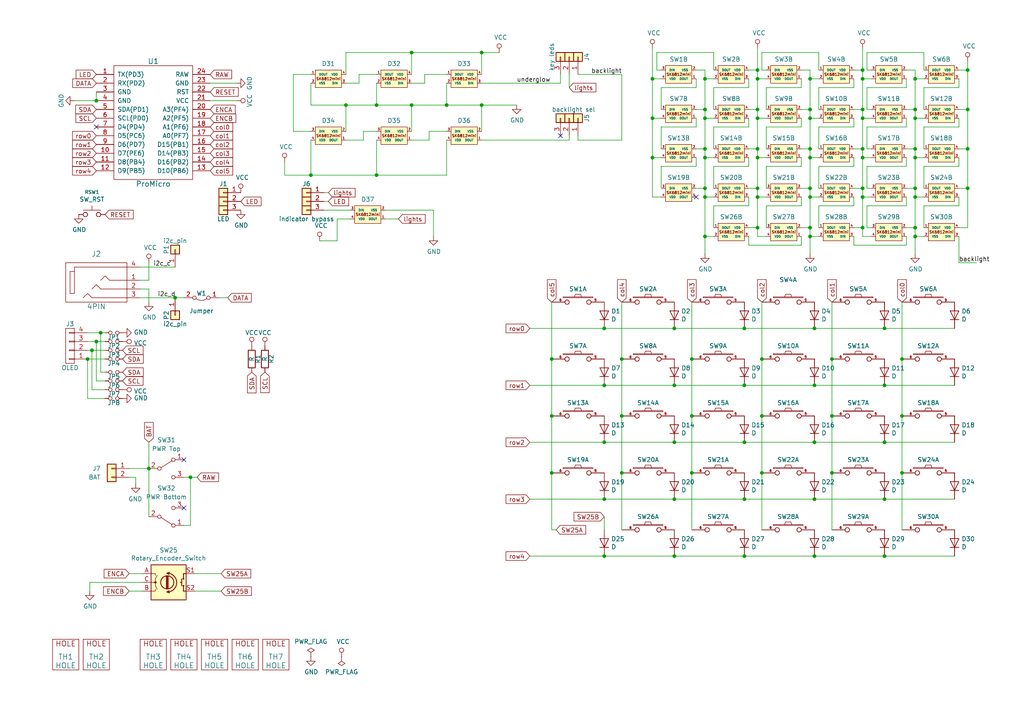
<source format=kicad_sch>
(kicad_sch (version 20211123) (generator eeschema)
  (paper "A4")
  (junction (at 200.66 137.16))
  (junction (at 204.47 22.86))
  (junction (at 215.9 128.27))
  (junction (at 280.67 43.18))
  (junction (at 160.02 104.14))
  (junction (at 234.95 66.04))
  (junction (at 265.43 34.29))
  (junction (at 180.34 120.65))
  (junction (at 204.47 43.18))
  (junction (at 26.67 101.6))
  (junction (at 265.43 66.04))
  (junction (at 204.47 68.58))
  (junction (at 43.18 135.89))
  (junction (at 219.71 57.15))
  (junction (at 119.38 30.48))
  (junction (at 234.95 45.72))
  (junction (at 195.58 95.25))
  (junction (at 215.9 111.76))
  (junction (at 265.43 45.72))
  (junction (at 204.47 45.72))
  (junction (at 234.95 31.75))
  (junction (at 109.22 30.48))
  (junction (at 139.7 15.24))
  (junction (at 27.94 99.06))
  (junction (at 215.9 161.29))
  (junction (at 241.3 104.14))
  (junction (at 234.95 22.86))
  (junction (at 189.23 34.29))
  (junction (at 25.4 104.14))
  (junction (at 119.38 15.24))
  (junction (at 234.95 68.58))
  (junction (at 204.47 31.75))
  (junction (at 109.22 50.8))
  (junction (at 215.9 95.25))
  (junction (at 250.19 31.75))
  (junction (at 265.43 43.18))
  (junction (at 195.58 144.78))
  (junction (at 160.02 137.16))
  (junction (at 220.98 104.14))
  (junction (at 234.95 57.15))
  (junction (at 265.43 31.75))
  (junction (at 200.66 120.65))
  (junction (at 215.9 144.78))
  (junction (at 236.22 128.27))
  (junction (at 219.71 31.75))
  (junction (at 236.22 111.76))
  (junction (at 204.47 57.15))
  (junction (at 256.54 144.78))
  (junction (at 195.58 111.76))
  (junction (at 180.34 137.16))
  (junction (at 250.19 54.61))
  (junction (at 175.26 128.27))
  (junction (at 160.02 120.65))
  (junction (at 219.71 43.18))
  (junction (at 265.43 68.58))
  (junction (at 219.71 34.29))
  (junction (at 236.22 95.25))
  (junction (at 195.58 161.29))
  (junction (at 265.43 57.15))
  (junction (at 129.54 30.48))
  (junction (at 280.67 20.32))
  (junction (at 234.95 34.29))
  (junction (at 234.95 54.61))
  (junction (at 50.8 86.36))
  (junction (at 189.23 22.86))
  (junction (at 195.58 128.27))
  (junction (at 175.26 95.25))
  (junction (at 256.54 161.29))
  (junction (at 250.19 45.72))
  (junction (at 189.23 45.72))
  (junction (at 220.98 120.65))
  (junction (at 261.62 137.16))
  (junction (at 280.67 31.75))
  (junction (at 175.26 111.76))
  (junction (at 236.22 144.78))
  (junction (at 261.62 120.65))
  (junction (at 139.7 30.48))
  (junction (at 204.47 34.29))
  (junction (at 175.26 161.29))
  (junction (at 219.71 20.32))
  (junction (at 204.47 54.61))
  (junction (at 250.19 20.32))
  (junction (at 241.3 137.16))
  (junction (at 265.43 54.61))
  (junction (at 220.98 137.16))
  (junction (at 29.21 96.52))
  (junction (at 236.22 161.29))
  (junction (at 175.26 144.78))
  (junction (at 250.19 34.29))
  (junction (at 256.54 128.27))
  (junction (at 280.67 54.61))
  (junction (at 250.19 43.18))
  (junction (at 234.95 43.18))
  (junction (at 100.33 30.48))
  (junction (at 261.62 104.14))
  (junction (at 265.43 22.86))
  (junction (at 256.54 111.76))
  (junction (at 241.3 120.65))
  (junction (at 256.54 95.25))
  (junction (at 27.94 29.21))
  (junction (at 90.17 50.8))
  (junction (at 219.71 54.61))
  (junction (at 180.34 104.14))
  (junction (at 250.19 57.15))
  (junction (at 200.66 104.14))
  (junction (at 55.245 138.43))
  (junction (at 250.19 66.04))
  (junction (at 219.71 22.86))
  (junction (at 250.19 22.86))
  (junction (at 219.71 66.04))
  (junction (at 219.71 45.72))
  (no_connect (at 53.34 147.32))
  (no_connect (at 201.93 57.15))
  (no_connect (at 53.34 133.35))
  (no_connect (at 162.56 39.37))
  (no_connect (at 27.94 36.83))
  (wire (pts (xy 43.18 135.89) (xy 43.18 149.86)))
  (wire (pts (xy 251.46 59.69) (xy 251.46 66.04)))
  (wire (pts (xy 100.33 38.1) (xy 100.33 30.48)))
  (wire (pts (xy 232.41 22.86) (xy 232.41 25.4)))
  (wire (pts (xy 250.19 22.86) (xy 250.19 20.32)))
  (wire (pts (xy 232.41 43.18) (xy 234.95 43.18)))
  (wire (pts (xy 195.58 128.27) (xy 215.9 128.27)))
  (wire (pts (xy 207.01 25.4) (xy 217.17 25.4)))
  (wire (pts (xy 56.515 171.45) (xy 64.135 171.45)))
  (wire (pts (xy 104.14 21.59) (xy 104.14 24.13)))
  (wire (pts (xy 250.19 68.58) (xy 250.19 66.04)))
  (wire (pts (xy 180.34 40.64) (xy 180.34 21.59)))
  (wire (pts (xy 29.21 107.95) (xy 30.48 107.95)))
  (wire (pts (xy 139.7 38.1) (xy 139.7 30.48)))
  (wire (pts (xy 256.54 95.25) (xy 236.22 95.25)))
  (wire (pts (xy 111.76 63.5) (xy 115.57 63.5)))
  (wire (pts (xy 200.66 120.65) (xy 200.66 137.16)))
  (wire (pts (xy 278.13 76.2) (xy 283.21 76.2)))
  (wire (pts (xy 237.49 20.32) (xy 237.49 15.24)))
  (wire (pts (xy 207.01 34.29) (xy 204.47 34.29)))
  (wire (pts (xy 55.245 152.4) (xy 55.245 138.43)))
  (wire (pts (xy 262.89 68.58) (xy 262.89 71.12)))
  (wire (pts (xy 43.18 76.2) (xy 43.18 81.28)))
  (wire (pts (xy 40.64 83.82) (xy 43.18 83.82)))
  (wire (pts (xy 220.98 87.63) (xy 220.98 104.14)))
  (wire (pts (xy 265.43 34.29) (xy 265.43 43.18)))
  (wire (pts (xy 219.71 45.72) (xy 219.71 54.61)))
  (wire (pts (xy 267.97 54.61) (xy 267.97 48.26)))
  (wire (pts (xy 204.47 34.29) (xy 204.47 31.75)))
  (wire (pts (xy 262.89 25.4) (xy 251.46 25.4)))
  (wire (pts (xy 200.66 87.63) (xy 200.66 104.14)))
  (wire (pts (xy 241.3 137.16) (xy 241.3 120.65)))
  (wire (pts (xy 234.95 57.15) (xy 234.95 66.04)))
  (wire (pts (xy 160.02 137.16) (xy 160.02 153.67)))
  (wire (pts (xy 236.22 111.76) (xy 256.54 111.76)))
  (wire (pts (xy 252.73 57.15) (xy 250.19 57.15)))
  (wire (pts (xy 50.8 86.36) (xy 53.34 86.36)))
  (wire (pts (xy 236.22 144.78) (xy 256.54 144.78)))
  (wire (pts (xy 262.89 59.69) (xy 251.46 59.69)))
  (wire (pts (xy 85.09 21.59) (xy 85.09 38.1)))
  (wire (pts (xy 261.62 104.14) (xy 261.62 87.63)))
  (wire (pts (xy 160.02 120.65) (xy 160.02 137.16)))
  (wire (pts (xy 85.09 38.1) (xy 90.17 38.1)))
  (wire (pts (xy 215.9 111.76) (xy 236.22 111.76)))
  (wire (pts (xy 201.93 54.61) (xy 204.47 54.61)))
  (wire (pts (xy 40.64 86.36) (xy 50.8 86.36)))
  (wire (pts (xy 191.77 48.26) (xy 191.77 54.61)))
  (wire (pts (xy 165.1 40.64) (xy 165.1 39.37)))
  (wire (pts (xy 129.54 40.64) (xy 129.54 50.8)))
  (wire (pts (xy 251.46 20.32) (xy 252.73 20.32)))
  (wire (pts (xy 262.89 66.04) (xy 265.43 66.04)))
  (wire (pts (xy 262.89 20.32) (xy 265.43 20.32)))
  (wire (pts (xy 280.67 31.75) (xy 280.67 43.18)))
  (wire (pts (xy 222.25 36.83) (xy 222.25 43.18)))
  (wire (pts (xy 265.43 57.15) (xy 265.43 66.04)))
  (wire (pts (xy 204.47 22.86) (xy 207.01 22.86)))
  (wire (pts (xy 280.67 43.18) (xy 280.67 54.61)))
  (wire (pts (xy 265.43 20.32) (xy 265.43 22.86)))
  (wire (pts (xy 267.97 22.86) (xy 265.43 22.86)))
  (wire (pts (xy 101.6 60.96) (xy 93.98 60.96)))
  (wire (pts (xy 100.33 30.48) (xy 109.22 30.48)))
  (wire (pts (xy 261.62 120.65) (xy 261.62 104.14)))
  (wire (pts (xy 219.71 66.04) (xy 219.71 68.58)))
  (wire (pts (xy 26.035 168.91) (xy 26.035 171.45)))
  (wire (pts (xy 180.34 104.14) (xy 180.34 120.65)))
  (wire (pts (xy 215.9 128.27) (xy 236.22 128.27)))
  (wire (pts (xy 234.95 66.04) (xy 234.95 68.58)))
  (wire (pts (xy 251.46 66.04) (xy 252.73 66.04)))
  (wire (pts (xy 219.71 13.97) (xy 219.71 20.32)))
  (wire (pts (xy 160.02 87.63) (xy 160.02 104.14)))
  (wire (pts (xy 262.89 36.83) (xy 251.46 36.83)))
  (wire (pts (xy 25.4 115.57) (xy 30.48 115.57)))
  (wire (pts (xy 90.17 21.59) (xy 85.09 21.59)))
  (wire (pts (xy 204.47 57.15) (xy 204.47 54.61)))
  (wire (pts (xy 207.01 20.32) (xy 207.01 15.24)))
  (wire (pts (xy 119.38 30.48) (xy 129.54 30.48)))
  (wire (pts (xy 139.7 30.48) (xy 149.86 30.48)))
  (wire (pts (xy 100.33 15.24) (xy 100.33 21.59)))
  (wire (pts (xy 220.98 137.16) (xy 220.98 153.67)))
  (wire (pts (xy 234.95 20.32) (xy 234.95 22.86)))
  (wire (pts (xy 222.25 22.86) (xy 219.71 22.86)))
  (wire (pts (xy 250.19 31.75) (xy 250.19 22.86)))
  (wire (pts (xy 265.43 43.18) (xy 265.43 45.72)))
  (wire (pts (xy 237.49 15.24) (xy 220.98 15.24)))
  (wire (pts (xy 250.19 43.18) (xy 250.19 34.29)))
  (wire (pts (xy 100.33 30.48) (xy 90.17 30.48)))
  (wire (pts (xy 250.19 45.72) (xy 250.19 43.18)))
  (wire (pts (xy 237.49 57.15) (xy 234.95 57.15)))
  (wire (pts (xy 25.4 104.14) (xy 25.4 115.57)))
  (wire (pts (xy 219.71 43.18) (xy 219.71 45.72)))
  (wire (pts (xy 247.65 36.83) (xy 247.65 34.29)))
  (wire (pts (xy 27.94 29.21) (xy 21.59 29.21)))
  (wire (pts (xy 219.71 31.75) (xy 219.71 34.29)))
  (wire (pts (xy 109.22 30.48) (xy 119.38 30.48)))
  (wire (pts (xy 265.43 54.61) (xy 265.43 57.15)))
  (wire (pts (xy 278.13 59.69) (xy 278.13 57.15)))
  (wire (pts (xy 267.97 57.15) (xy 265.43 57.15)))
  (wire (pts (xy 217.17 31.75) (xy 219.71 31.75)))
  (wire (pts (xy 280.67 66.04) (xy 278.13 66.04)))
  (wire (pts (xy 278.13 25.4) (xy 278.13 22.86)))
  (wire (pts (xy 219.71 57.15) (xy 219.71 66.04)))
  (wire (pts (xy 201.93 34.29) (xy 201.93 36.83)))
  (wire (pts (xy 167.64 21.59) (xy 180.34 21.59)))
  (wire (pts (xy 247.65 59.69) (xy 247.65 57.15)))
  (wire (pts (xy 217.17 48.26) (xy 217.17 45.72)))
  (wire (pts (xy 280.67 20.32) (xy 280.67 31.75)))
  (wire (pts (xy 139.7 40.64) (xy 165.1 40.64)))
  (wire (pts (xy 267.97 59.69) (xy 278.13 59.69)))
  (wire (pts (xy 124.46 40.64) (xy 124.46 38.1)))
  (wire (pts (xy 160.02 153.67) (xy 161.29 153.67)))
  (wire (pts (xy 82.55 50.8) (xy 82.55 46.99)))
  (wire (pts (xy 41.275 168.91) (xy 26.035 168.91)))
  (wire (pts (xy 232.41 68.58) (xy 232.41 71.12)))
  (wire (pts (xy 251.46 15.24) (xy 251.46 20.32)))
  (wire (pts (xy 247.65 20.32) (xy 250.19 20.32)))
  (wire (pts (xy 201.93 22.86) (xy 201.93 25.4)))
  (wire (pts (xy 232.41 66.04) (xy 234.95 66.04)))
  (wire (pts (xy 129.54 30.48) (xy 139.7 30.48)))
  (wire (pts (xy 189.23 34.29) (xy 189.23 45.72)))
  (wire (pts (xy 63.5 86.36) (xy 66.04 86.36)))
  (wire (pts (xy 93.98 55.88) (xy 95.25 55.88)))
  (wire (pts (xy 189.23 13.97) (xy 189.23 22.86)))
  (wire (pts (xy 207.01 31.75) (xy 207.01 25.4)))
  (wire (pts (xy 261.62 120.65) (xy 261.62 137.16)))
  (wire (pts (xy 237.49 25.4) (xy 247.65 25.4)))
  (wire (pts (xy 234.95 34.29) (xy 234.95 43.18)))
  (wire (pts (xy 119.38 21.59) (xy 119.38 15.24)))
  (wire (pts (xy 247.65 25.4) (xy 247.65 22.86)))
  (wire (pts (xy 180.34 87.63) (xy 180.34 104.14)))
  (wire (pts (xy 90.17 50.8) (xy 82.55 50.8)))
  (wire (pts (xy 200.66 137.16) (xy 200.66 153.67)))
  (wire (pts (xy 237.49 59.69) (xy 247.65 59.69)))
  (wire (pts (xy 207.01 68.58) (xy 204.47 68.58)))
  (wire (pts (xy 215.9 95.25) (xy 236.22 95.25)))
  (wire (pts (xy 195.58 95.25) (xy 175.26 95.25)))
  (wire (pts (xy 97.79 63.5) (xy 97.79 69.85)))
  (wire (pts (xy 175.26 144.78) (xy 153.67 144.78)))
  (wire (pts (xy 189.23 22.86) (xy 189.23 34.29)))
  (wire (pts (xy 37.465 171.45) (xy 41.275 171.45)))
  (wire (pts (xy 220.98 104.14) (xy 220.98 120.65)))
  (wire (pts (xy 220.98 120.65) (xy 220.98 137.16)))
  (wire (pts (xy 207.01 36.83) (xy 217.17 36.83)))
  (wire (pts (xy 217.17 66.04) (xy 219.71 66.04)))
  (wire (pts (xy 53.34 138.43) (xy 55.245 138.43)))
  (wire (pts (xy 204.47 20.32) (xy 204.47 22.86)))
  (wire (pts (xy 256.54 144.78) (xy 276.86 144.78)))
  (wire (pts (xy 195.58 144.78) (xy 175.26 144.78)))
  (wire (pts (xy 217.17 54.61) (xy 219.71 54.61)))
  (wire (pts (xy 207.01 15.24) (xy 190.5 15.24)))
  (wire (pts (xy 234.95 54.61) (xy 234.95 57.15)))
  (wire (pts (xy 251.46 48.26) (xy 251.46 54.61)))
  (wire (pts (xy 180.34 120.65) (xy 180.34 137.16)))
  (wire (pts (xy 175.26 161.29) (xy 195.58 161.29)))
  (wire (pts (xy 191.77 34.29) (xy 189.23 34.29)))
  (wire (pts (xy 129.54 30.48) (xy 129.54 24.13)))
  (wire (pts (xy 278.13 20.32) (xy 280.67 20.32)))
  (wire (pts (xy 129.54 21.59) (xy 123.19 21.59)))
  (wire (pts (xy 280.67 43.18) (xy 278.13 43.18)))
  (wire (pts (xy 232.41 34.29) (xy 232.41 36.83)))
  (wire (pts (xy 278.13 68.58) (xy 278.13 76.2)))
  (wire (pts (xy 267.97 43.18) (xy 267.97 36.83)))
  (wire (pts (xy 60.96 24.13) (xy 68.58 24.13)))
  (wire (pts (xy 247.65 66.04) (xy 250.19 66.04)))
  (wire (pts (xy 125.73 60.96) (xy 125.73 68.58)))
  (wire (pts (xy 56.515 166.37) (xy 64.135 166.37)))
  (wire (pts (xy 267.97 48.26) (xy 278.13 48.26)))
  (wire (pts (xy 27.94 99.06) (xy 27.94 110.49)))
  (wire (pts (xy 104.14 24.13) (xy 100.33 24.13)))
  (wire (pts (xy 43.18 128.27) (xy 43.18 135.89)))
  (wire (pts (xy 236.22 128.27) (xy 256.54 128.27)))
  (wire (pts (xy 37.465 166.37) (xy 41.275 166.37)))
  (wire (pts (xy 27.94 26.67) (xy 27.94 29.21)))
  (wire (pts (xy 139.7 15.24) (xy 119.38 15.24)))
  (wire (pts (xy 207.01 45.72) (xy 204.47 45.72)))
  (wire (pts (xy 219.71 54.61) (xy 219.71 57.15)))
  (wire (pts (xy 90.17 30.48) (xy 90.17 24.13)))
  (wire (pts (xy 232.41 71.12) (xy 217.17 71.12)))
  (wire (pts (xy 250.19 34.29) (xy 250.19 31.75)))
  (wire (pts (xy 237.49 34.29) (xy 234.95 34.29)))
  (wire (pts (xy 232.41 48.26) (xy 222.25 48.26)))
  (wire (pts (xy 219.71 22.86) (xy 219.71 31.75)))
  (wire (pts (xy 220.98 20.32) (xy 222.25 20.32)))
  (wire (pts (xy 175.26 128.27) (xy 153.67 128.27)))
  (wire (pts (xy 165.1 25.4) (xy 165.1 21.59)))
  (wire (pts (xy 280.67 31.75) (xy 278.13 31.75)))
  (wire (pts (xy 237.49 54.61) (xy 237.49 48.26)))
  (wire (pts (xy 267.97 25.4) (xy 278.13 25.4)))
  (wire (pts (xy 139.7 24.13) (xy 162.56 24.13)))
  (wire (pts (xy 95.25 58.42) (xy 93.98 58.42)))
  (wire (pts (xy 201.93 36.83) (xy 191.77 36.83)))
  (wire (pts (xy 195.58 111.76) (xy 215.9 111.76)))
  (wire (pts (xy 265.43 31.75) (xy 265.43 34.29)))
  (wire (pts (xy 252.73 34.29) (xy 250.19 34.29)))
  (wire (pts (xy 217.17 71.12) (xy 217.17 68.58)))
  (wire (pts (xy 207.01 54.61) (xy 207.01 48.26)))
  (wire (pts (xy 119.38 30.48) (xy 119.38 38.1)))
  (wire (pts (xy 237.49 43.18) (xy 237.49 36.83)))
  (wire (pts (xy 105.41 38.1) (xy 109.22 38.1)))
  (wire (pts (xy 207.01 48.26) (xy 217.17 48.26)))
  (wire (pts (xy 100.33 40.64) (xy 105.41 40.64)))
  (wire (pts (xy 220.98 15.24) (xy 220.98 20.32)))
  (wire (pts (xy 25.4 99.06) (xy 27.94 99.06)))
  (wire (pts (xy 234.95 68.58) (xy 234.95 73.66)))
  (wire (pts (xy 90.17 50.8) (xy 109.22 50.8)))
  (wire (pts (xy 175.26 111.76) (xy 153.67 111.76)))
  (wire (pts (xy 262.89 22.86) (xy 262.89 25.4)))
  (wire (pts (xy 237.49 31.75) (xy 237.49 25.4)))
  (wire (pts (xy 267.97 31.75) (xy 267.97 25.4)))
  (wire (pts (xy 250.19 20.32) (xy 250.19 13.97)))
  (wire (pts (xy 222.25 57.15) (xy 219.71 57.15)))
  (wire (pts (xy 92.71 69.85) (xy 97.79 69.85)))
  (wire (pts (xy 278.13 36.83) (xy 278.13 34.29)))
  (wire (pts (xy 280.67 20.32) (xy 280.67 17.78)))
  (wire (pts (xy 55.245 138.43) (xy 57.15 138.43)))
  (wire (pts (xy 262.89 57.15) (xy 262.89 59.69)))
  (wire (pts (xy 252.73 45.72) (xy 250.19 45.72)))
  (wire (pts (xy 109.22 21.59) (xy 104.14 21.59)))
  (wire (pts (xy 201.93 25.4) (xy 191.77 25.4)))
  (wire (pts (xy 251.46 25.4) (xy 251.46 31.75)))
  (wire (pts (xy 265.43 66.04) (xy 265.43 68.58)))
  (wire (pts (xy 234.95 31.75) (xy 234.95 34.29)))
  (wire (pts (xy 234.95 45.72) (xy 234.95 54.61)))
  (wire (pts (xy 252.73 68.58) (xy 250.19 68.58)))
  (wire (pts (xy 236.22 161.29) (xy 256.54 161.29)))
  (wire (pts (xy 162.56 21.59) (xy 162.56 24.13)))
  (wire (pts (xy 109.22 30.48) (xy 109.22 24.13)))
  (wire (pts (xy 252.73 22.86) (xy 250.19 22.86)))
  (wire (pts (xy 256.54 111.76) (xy 276.86 111.76)))
  (wire (pts (xy 189.23 57.15) (xy 191.77 57.15)))
  (wire (pts (xy 195.58 144.78) (xy 215.9 144.78)))
  (wire (pts (xy 189.23 45.72) (xy 189.23 57.15)))
  (wire (pts (xy 247.65 54.61) (xy 250.19 54.61)))
  (wire (pts (xy 139.7 21.59) (xy 139.7 15.24)))
  (wire (pts (xy 25.4 96.52) (xy 29.21 96.52)))
  (wire (pts (xy 191.77 36.83) (xy 191.77 43.18)))
  (wire (pts (xy 167.64 40.64) (xy 180.34 40.64)))
  (wire (pts (xy 180.34 137.16) (xy 180.34 153.67)))
  (wire (pts (xy 232.41 36.83) (xy 222.25 36.83)))
  (wire (pts (xy 195.58 161.29) (xy 215.9 161.29)))
  (wire (pts (xy 267.97 36.83) (xy 278.13 36.83)))
  (wire (pts (xy 261.62 137.16) (xy 261.62 153.67)))
  (wire (pts (xy 53.34 152.4) (xy 55.245 152.4)))
  (wire (pts (xy 167.64 39.37) (xy 167.64 40.64)))
  (wire (pts (xy 204.47 22.86) (xy 204.47 31.75)))
  (wire (pts (xy 250.19 57.15) (xy 250.19 54.61)))
  (wire (pts (xy 195.58 128.27) (xy 175.26 128.27)))
  (wire (pts (xy 204.47 45.72) (xy 204.47 43.18)))
  (wire (pts (xy 204.47 54.61) (xy 204.47 45.72)))
  (wire (pts (xy 222.25 25.4) (xy 222.25 31.75)))
  (wire (pts (xy 217.17 20.32) (xy 219.71 20.32)))
  (wire (pts (xy 251.46 36.83) (xy 251.46 43.18)))
  (wire (pts (xy 278.13 48.26) (xy 278.13 45.72)))
  (wire (pts (xy 124.46 38.1) (xy 129.54 38.1)))
  (wire (pts (xy 109.22 40.64) (xy 109.22 50.8)))
  (wire (pts (xy 232.41 25.4) (xy 222.25 25.4)))
  (wire (pts (xy 219.71 68.58) (xy 222.25 68.58)))
  (wire (pts (xy 232.41 57.15) (xy 232.41 59.69)))
  (wire (pts (xy 207.01 59.69) (xy 217.17 59.69)))
  (wire (pts (xy 280.67 54.61) (xy 278.13 54.61)))
  (wire (pts (xy 27.94 110.49) (xy 30.48 110.49)))
  (wire (pts (xy 195.58 95.25) (xy 215.9 95.25)))
  (wire (pts (xy 217.17 36.83) (xy 217.17 34.29)))
  (wire (pts (xy 247.65 31.75) (xy 250.19 31.75)))
  (wire (pts (xy 29.21 96.52) (xy 30.48 96.52)))
  (wire (pts (xy 101.6 63.5) (xy 97.79 63.5)))
  (wire (pts (xy 267.97 68.58) (xy 265.43 68.58)))
  (wire (pts (xy 26.67 101.6) (xy 30.48 101.6)))
  (wire (pts (xy 37.465 135.89) (xy 43.18 135.89)))
  (wire (pts (xy 119.38 15.24) (xy 100.33 15.24)))
  (wire (pts (xy 237.49 45.72) (xy 234.95 45.72)))
  (wire (pts (xy 237.49 48.26) (xy 247.65 48.26)))
  (wire (pts (xy 123.19 24.13) (xy 119.38 24.13)))
  (wire (pts (xy 26.67 101.6) (xy 26.67 113.03)))
  (wire (pts (xy 237.49 36.83) (xy 247.65 36.83)))
  (wire (pts (xy 267.97 66.04) (xy 267.97 59.69)))
  (wire (pts (xy 195.58 111.76) (xy 175.26 111.76)))
  (wire (pts (xy 262.89 71.12) (xy 247.65 71.12)))
  (wire (pts (xy 204.47 68.58) (xy 204.47 57.15)))
  (wire (pts (xy 191.77 25.4) (xy 191.77 31.75)))
  (wire (pts (xy 39.37 140.335) (xy 39.37 138.43)))
  (wire (pts (xy 262.89 31.75) (xy 265.43 31.75)))
  (wire (pts (xy 232.41 54.61) (xy 234.95 54.61)))
  (wire (pts (xy 201.93 45.72) (xy 201.93 48.26)))
  (wire (pts (xy 265.43 34.29) (xy 267.97 34.29)))
  (wire (pts (xy 201.93 48.26) (xy 191.77 48.26)))
  (wire (pts (xy 247.65 71.12) (xy 247.65 68.58)))
  (wire (pts (xy 26.67 113.03) (xy 30.48 113.03)))
  (wire (pts (xy 207.01 66.04) (xy 207.01 59.69)))
  (wire (pts (xy 190.5 15.24) (xy 190.5 20.32)))
  (wire (pts (xy 204.47 43.18) (xy 204.47 34.29)))
  (wire (pts (xy 27.94 99.06) (xy 30.48 99.06)))
  (wire (pts (xy 262.89 48.26) (xy 251.46 48.26)))
  (wire (pts (xy 201.93 31.75) (xy 204.47 31.75)))
  (wire (pts (xy 262.89 34.29) (xy 262.89 36.83)))
  (wire (pts (xy 207.01 57.15) (xy 204.47 57.15)))
  (wire (pts (xy 222.25 59.69) (xy 222.25 66.04)))
  (wire (pts (xy 232.41 20.32) (xy 234.95 20.32)))
  (wire (pts (xy 262.89 43.18) (xy 265.43 43.18)))
  (wire (pts (xy 105.41 40.64) (xy 105.41 38.1)))
  (wire (pts (xy 262.89 45.72) (xy 262.89 48.26)))
  (wire (pts (xy 237.49 22.86) (xy 234.95 22.86)))
  (wire (pts (xy 262.89 54.61) (xy 265.43 54.61)))
  (wire (pts (xy 60.96 29.21) (xy 68.58 29.21)))
  (wire (pts (xy 43.18 83.82) (xy 43.18 87.63)))
  (wire (pts (xy 111.76 60.96) (xy 125.73 60.96)))
  (wire (pts (xy 232.41 59.69) (xy 222.25 59.69)))
  (wire (pts (xy 191.77 45.72) (xy 189.23 45.72)))
  (wire (pts (xy 207.01 43.18) (xy 207.01 36.83)))
  (wire (pts (xy 234.95 43.18) (xy 234.95 45.72)))
  (wire (pts (xy 256.54 128.27) (xy 276.86 128.27)))
  (wire (pts (xy 251.46 54.61) (xy 252.73 54.61)))
  (wire (pts (xy 265.43 68.58) (xy 265.43 73.66)))
  (wire (pts (xy 241.3 87.63) (xy 241.3 104.14)))
  (wire (pts (xy 30.48 104.14) (xy 25.4 104.14)))
  (wire (pts (xy 175.26 149.86) (xy 175.26 153.67)))
  (wire (pts (xy 267.97 45.72) (xy 265.43 45.72)))
  (wire (pts (xy 280.67 54.61) (xy 280.67 66.04)))
  (wire (pts (xy 251.46 43.18) (xy 252.73 43.18)))
  (wire (pts (xy 201.93 43.18) (xy 204.47 43.18)))
  (wire (pts (xy 267.97 20.32) (xy 267.97 15.24)))
  (wire (pts (xy 265.43 45.72) (xy 265.43 54.61)))
  (wire (pts (xy 25.4 101.6) (xy 26.67 101.6)))
  (wire (pts (xy 222.25 34.29) (xy 219.71 34.29)))
  (wire (pts (xy 234.95 22.86) (xy 234.95 31.75)))
  (wire (pts (xy 250.19 66.04) (xy 250.19 57.15)))
  (wire (pts (xy 40.64 77.47) (xy 50.8 77.47)))
  (wire (pts (xy 232.41 31.75) (xy 234.95 31.75)))
  (wire (pts (xy 256.54 161.29) (xy 276.86 161.29)))
  (wire (pts (xy 144.78 15.24) (xy 139.7 15.24)))
  (wire (pts (xy 222.25 45.72) (xy 219.71 45.72)))
  (wire (pts (xy 232.41 45.72) (xy 232.41 48.26)))
  (wire (pts (xy 123.19 21.59) (xy 123.19 24.13)))
  (wire (pts (xy 119.38 40.64) (xy 124.46 40.64)))
  (wire (pts (xy 256.54 95.25) (xy 276.86 95.25)))
  (wire (pts (xy 43.18 81.28) (xy 40.64 81.28)))
  (wire (pts (xy 251.46 31.75) (xy 252.73 31.75)))
  (wire (pts (xy 160.02 104.14) (xy 160.02 120.65)))
  (wire (pts (xy 217.17 43.18) (xy 219.71 43.18)))
  (wire (pts (xy 219.71 20.32) (xy 219.71 22.86)))
  (wire (pts (xy 247.65 48.26) (xy 247.65 45.72)))
  (wire (pts (xy 267.97 15.24) (xy 251.46 15.24)))
  (wire (pts (xy 201.93 20.32) (xy 204.47 20.32)))
  (wire (pts (xy 215.9 161.29) (xy 236.22 161.29)))
  (wire (pts (xy 217.17 25.4) (xy 217.17 22.86)))
  (wire (pts (xy 247.65 43.18) (xy 250.19 43.18)))
  (wire (pts (xy 39.37 138.43) (xy 37.465 138.43)))
  (wire (pts (xy 190.5 20.32) (xy 191.77 20.32)))
  (wire (pts (xy 175.26 95.25) (xy 153.67 95.25)))
  (wire (pts (xy 191.77 22.86) (xy 189.23 22.86)))
  (wire (pts (xy 237.49 66.04) (xy 237.49 59.69)))
  (wire (pts (xy 153.67 161.29) (xy 175.26 161.29)))
  (wire (pts (xy 200.66 104.14) (xy 200.66 120.65)))
  (wire (pts (xy 250.19 54.61) (xy 250.19 45.72)))
  (wire (pts (xy 204.47 73.66) (xy 204.47 68.58)))
  (wire (pts (xy 90.17 40.64) (xy 90.17 50.8)))
  (wire (pts (xy 217.17 59.69) (xy 217.17 57.15)))
  (wire (pts (xy 109.22 50.8) (xy 129.54 50.8)))
  (wire (pts (xy 241.3 137.16) (xy 241.3 153.67)))
  (wire (pts (xy 219.71 34.29) (xy 219.71 43.18)))
  (wire (pts (xy 222.25 48.26) (xy 222.25 54.61)))
  (wire (pts (xy 265.43 22.86) (xy 265.43 31.75)))
  (wire (pts (xy 29.21 96.52) (xy 29.21 107.95)))
  (wire (pts (xy 215.9 144.78) (xy 236.22 144.78)))
  (wire (pts (xy 237.49 68.58) (xy 234.95 68.58)))
  (wire (pts (xy 241.3 104.14) (xy 241.3 120.65)))
  (label "i2c_d" (at 45.72 86.36 0))
  (label "backlight" (at 171.45 21.59 0))
  (label "underglow" (at 149.86 24.13 0))
  (label "backlight" (at 278.13 76.2 0))
  (label "i2c_c" (at 44.45 77.47 0))
  (global_label "SCL" (shape input) (at 76.835 107.95 270) (property "Intersheet References" "${INTERSHEET_REFS}" (effects hide)))
  (global_label "SW25A" (shape input) (at 64.135 166.37 0) (property "Intersheet References" "${INTERSHEET_REFS}" (effects hide)))
  (global_label "col1" (shape input) (at 241.3 87.63 90) (property "Intersheet References" "${INTERSHEET_REFS}" (effects hide)))
  (global_label "row3" (shape input) (at 27.94 46.99 180) (property "Intersheet References" "${INTERSHEET_REFS}" (effects hide)))
  (global_label "row0" (shape input) (at 27.94 39.37 180) (property "Intersheet References" "${INTERSHEET_REFS}" (effects hide)))
  (global_label "LED" (shape input) (at 27.94 21.59 180) (property "Intersheet References" "${INTERSHEET_REFS}" (effects hide)))
  (global_label "ENCB" (shape input) (at 60.96 34.29 0) (property "Intersheet References" "${INTERSHEET_REFS}" (effects hide)))
  (global_label "LED" (shape input) (at 69.85 58.42 0) (property "Intersheet References" "${INTERSHEET_REFS}" (effects hide)))
  (global_label "lights" (shape input) (at 95.25 55.88 0) (property "Intersheet References" "${INTERSHEET_REFS}" (effects hide)))
  (global_label "col3" (shape input) (at 200.66 87.63 90) (property "Intersheet References" "${INTERSHEET_REFS}" (effects hide)))
  (global_label "SDA" (shape input) (at 35.56 107.95 0) (property "Intersheet References" "${INTERSHEET_REFS}" (effects hide)))
  (global_label "row2" (shape input) (at 153.67 128.27 180) (property "Intersheet References" "${INTERSHEET_REFS}" (effects hide)))
  (global_label "col0" (shape input) (at 261.62 87.63 90) (property "Intersheet References" "${INTERSHEET_REFS}" (effects hide)))
  (global_label "SDA" (shape input) (at 27.94 31.75 180) (property "Intersheet References" "${INTERSHEET_REFS}" (effects hide)))
  (global_label "row1" (shape input) (at 153.67 111.76 180) (property "Intersheet References" "${INTERSHEET_REFS}" (effects hide)))
  (global_label "SCL" (shape input) (at 35.56 101.6 0) (property "Intersheet References" "${INTERSHEET_REFS}" (effects hide)))
  (global_label "row0" (shape input) (at 153.67 95.25 180) (property "Intersheet References" "${INTERSHEET_REFS}" (effects hide)))
  (global_label "SW25B" (shape input) (at 175.26 149.86 180) (property "Intersheet References" "${INTERSHEET_REFS}" (effects hide)))
  (global_label "SDA" (shape input) (at 35.56 104.14 0) (property "Intersheet References" "${INTERSHEET_REFS}" (effects hide)))
  (global_label "row2" (shape input) (at 27.94 44.45 180) (property "Intersheet References" "${INTERSHEET_REFS}" (effects hide)))
  (global_label "col4" (shape input) (at 60.96 46.99 0) (property "Intersheet References" "${INTERSHEET_REFS}" (effects hide)))
  (global_label "row4" (shape input) (at 27.94 49.53 180) (property "Intersheet References" "${INTERSHEET_REFS}" (effects hide)))
  (global_label "SCL" (shape input) (at 27.94 34.29 180) (property "Intersheet References" "${INTERSHEET_REFS}" (effects hide)))
  (global_label "lights" (shape input) (at 165.1 25.4 0) (property "Intersheet References" "${INTERSHEET_REFS}" (effects hide)))
  (global_label "LED" (shape input) (at 95.25 58.42 0) (property "Intersheet References" "${INTERSHEET_REFS}" (effects hide)))
  (global_label "DATA" (shape input) (at 27.94 24.13 180) (property "Intersheet References" "${INTERSHEET_REFS}" (effects hide)))
  (global_label "col5" (shape input) (at 160.02 87.63 90) (property "Intersheet References" "${INTERSHEET_REFS}" (effects hide)))
  (global_label "RESET" (shape input) (at 30.48 62.23 0) (property "Intersheet References" "${INTERSHEET_REFS}" (effects hide)))
  (global_label "SW25B" (shape input) (at 64.135 171.45 0) (property "Intersheet References" "${INTERSHEET_REFS}" (effects hide)))
  (global_label "ENCA" (shape input) (at 37.465 166.37 180) (property "Intersheet References" "${INTERSHEET_REFS}" (effects hide)))
  (global_label "row4" (shape input) (at 153.67 161.29 180) (property "Intersheet References" "${INTERSHEET_REFS}" (effects hide)))
  (global_label "RAW" (shape input) (at 57.15 138.43 0) (property "Intersheet References" "${INTERSHEET_REFS}" (effects hide)))
  (global_label "BAT" (shape input) (at 43.18 128.27 90) (property "Intersheet References" "${INTERSHEET_REFS}" (effects hide)))
  (global_label "col1" (shape input) (at 60.96 39.37 0) (property "Intersheet References" "${INTERSHEET_REFS}" (effects hide)))
  (global_label "ENCB" (shape input) (at 37.465 171.45 180) (property "Intersheet References" "${INTERSHEET_REFS}" (effects hide)))
  (global_label "SDA" (shape input) (at 73.025 107.95 270) (property "Intersheet References" "${INTERSHEET_REFS}" (effects hide)))
  (global_label "col0" (shape input) (at 60.96 36.83 0) (property "Intersheet References" "${INTERSHEET_REFS}" (effects hide)))
  (global_label "row3" (shape input) (at 153.67 144.78 180) (property "Intersheet References" "${INTERSHEET_REFS}" (effects hide)))
  (global_label "col5" (shape input) (at 60.96 49.53 0) (property "Intersheet References" "${INTERSHEET_REFS}" (effects hide)))
  (global_label "col2" (shape input) (at 60.96 41.91 0) (property "Intersheet References" "${INTERSHEET_REFS}" (effects hide)))
  (global_label "row1" (shape input) (at 27.94 41.91 180) (property "Intersheet References" "${INTERSHEET_REFS}" (effects hide)))
  (global_label "col4" (shape input) (at 180.34 87.63 90) (property "Intersheet References" "${INTERSHEET_REFS}" (effects hide)))
  (global_label "SW25A" (shape input) (at 161.29 153.67 0) (property "Intersheet References" "${INTERSHEET_REFS}" (effects hide)))
  (global_label "SCL" (shape input) (at 35.56 110.49 0) (property "Intersheet References" "${INTERSHEET_REFS}" (effects hide)))
  (global_label "lights" (shape input) (at 115.57 63.5 0) (property "Intersheet References" "${INTERSHEET_REFS}" (effects hide)))
  (global_label "col3" (shape input) (at 60.96 44.45 0) (property "Intersheet References" "${INTERSHEET_REFS}" (effects hide)))
  (global_label "ENCA" (shape input) (at 60.96 31.75 0) (property "Intersheet References" "${INTERSHEET_REFS}" (effects hide)))
  (global_label "col2" (shape input) (at 220.98 87.63 90) (property "Intersheet References" "${INTERSHEET_REFS}" (effects hide)))
  (global_label "RAW" (shape input) (at 60.96 21.59 0) (property "Intersheet References" "${INTERSHEET_REFS}" (effects hide)))
  (global_label "DATA" (shape input) (at 66.04 86.36 0) (property "Intersheet References" "${INTERSHEET_REFS}" (effects hide)))
  (global_label "RESET" (shape input) (at 60.96 26.67 0) (property "Intersheet References" "${INTERSHEET_REFS}" (effects hide)))
  (symbol (lib_id "SofleKeyboard-rescue:ProMicro_2-Lily58-cache-Lily58_Pro-rescue") (at 44.45 35.56 0) (unit 1)
    (property "Reference" "U1" (at 44.45 17.78 0) (effects (font (size 1.524 1.524))))
    (property "Value" "ProMicro" (at 44.45 53.34 0) (effects (font (size 1.524 1.524))))
    (property "Footprint" "SofleKeyboard-footprint:ProMicro" (effects hide))
  )
  (symbol (lib_id "SofleKeyboard:SW_PUSH-MX_W_LED") (at 187.96 153.67 0) (unit 1)
    (property "Reference" "SW26" (at 187.96 149.86 0))
    (property "Value" "SW_PUSH-MX_W_LED" (effects hide))
    (property "Footprint" "Button_Switch_Keyboard:SK6812MINI_and_cherry" (effects hide))
  )
  (symbol (lib_id "SofleKeyboard:SW_PUSH-MX_W_LED") (at 167.64 87.63 0) (unit 1)
    (property "Reference" "SW1" (at 167.64 83.82 0))
    (property "Value" "SW_PUSH-MX_W_LED" (effects hide))
    (property "Footprint" "Button_Switch_Keyboard:SK6812MINI_and_cherry" (effects hide))
  )
  (symbol (lib_id "SofleKeyboard-rescue:D-Lily58-cache-Lily58_Pro-rescue") (at 175.26 91.44 90) (unit 1)
    (property "Reference" "D1" (at 177.2666 90.2716 90) (effects (justify right)))
    (property "Value" "D" (at 177.2666 92.583 90) (effects (justify right)))
    (property "Footprint" "Diode_SMD:crkbd-diode" (effects hide))
  )
  (symbol (lib_id "SofleKeyboard:SW_PUSH-MX_W_LED") (at 187.96 87.63 0) (unit 1)
    (property "Reference" "SW2" (at 187.96 83.82 0))
    (property "Value" "SW_PUSH-MX_W_LED" (effects hide))
    (property "Footprint" "Button_Switch_Keyboard:SK6812MINI_and_cherry" (effects hide))
  )
  (symbol (lib_id "SofleKeyboard-rescue:D-Lily58-cache-Lily58_Pro-rescue") (at 195.58 91.44 90) (unit 1)
    (property "Reference" "D2" (at 197.5866 90.2716 90) (effects (justify right)))
    (property "Value" "D" (at 197.5866 92.583 90) (effects (justify right)))
    (property "Footprint" "Diode_SMD:crkbd-diode" (effects hide))
  )
  (symbol (lib_id "SofleKeyboard:SW_PUSH-MX_W_LED") (at 208.28 87.63 0) (unit 1)
    (property "Reference" "SW3" (at 208.28 83.82 0))
    (property "Value" "SW_PUSH-MX_W_LED" (effects hide))
    (property "Footprint" "Button_Switch_Keyboard:SK6812MINI_and_cherry" (effects hide))
  )
  (symbol (lib_id "SofleKeyboard-rescue:D-Lily58-cache-Lily58_Pro-rescue") (at 215.9 91.44 90) (unit 1)
    (property "Reference" "D3" (at 217.9066 90.2716 90) (effects (justify right)))
    (property "Value" "D" (at 217.9066 92.583 90) (effects (justify right)))
    (property "Footprint" "Diode_SMD:crkbd-diode" (effects hide))
  )
  (symbol (lib_id "SofleKeyboard:SW_PUSH-MX_W_LED") (at 228.6 87.63 0) (unit 1)
    (property "Reference" "SW4" (at 228.6 81.153 0))
    (property "Value" "SW_PUSH-MX_W_LED" (effects hide))
    (property "Footprint" "Button_Switch_Keyboard:SK6812MINI_and_cherry" (effects hide))
  )
  (symbol (lib_id "SofleKeyboard-rescue:D-Lily58-cache-Lily58_Pro-rescue") (at 236.22 91.44 90) (unit 1)
    (property "Reference" "D4" (at 238.2266 90.2716 90) (effects (justify right)))
    (property "Value" "D" (at 238.2266 92.583 90) (effects (justify right)))
    (property "Footprint" "Diode_SMD:crkbd-diode" (effects hide))
  )
  (symbol (lib_id "SofleKeyboard:SW_PUSH-MX_W_LED") (at 248.92 87.63 0) (unit 1)
    (property "Reference" "SW5" (at 248.92 83.82 0))
    (property "Value" "SW_PUSH-MX_W_LED" (effects hide))
    (property "Footprint" "Button_Switch_Keyboard:SK6812MINI_and_cherry" (effects hide))
  )
  (symbol (lib_id "SofleKeyboard-rescue:D-Lily58-cache-Lily58_Pro-rescue") (at 256.54 91.44 90) (unit 1)
    (property "Reference" "D5" (at 258.5466 90.2716 90) (effects (justify right)))
    (property "Value" "D" (at 258.5466 92.583 90) (effects (justify right)))
    (property "Footprint" "Diode_SMD:crkbd-diode" (effects hide))
  )
  (symbol (lib_id "SofleKeyboard:SW_PUSH-MX_W_LED") (at 269.24 87.63 0) (unit 1)
    (property "Reference" "SW6" (at 269.24 83.82 0))
    (property "Value" "SW_PUSH-MX_W_LED" (effects hide))
    (property "Footprint" "Button_Switch_Keyboard:SK6812MINI_and_cherry" (effects hide))
  )
  (symbol (lib_id "SofleKeyboard-rescue:D-Lily58-cache-Lily58_Pro-rescue") (at 276.86 91.44 90) (unit 1)
    (property "Reference" "D6" (at 278.8666 90.2716 90) (effects (justify right)))
    (property "Value" "D" (at 278.8666 92.583 90) (effects (justify right)))
    (property "Footprint" "Diode_SMD:crkbd-diode" (effects hide))
  )
  (symbol (lib_id "SofleKeyboard:SW_PUSH-MX_W_LED") (at 187.96 104.14 0) (unit 1)
    (property "Reference" "SW8" (at 187.96 100.33 0))
    (property "Value" "SW_PUSH-MX_W_LED" (effects hide))
    (property "Footprint" "Button_Switch_Keyboard:SK6812MINI_and_cherry" (effects hide))
  )
  (symbol (lib_id "SofleKeyboard:SW_PUSH-MX_W_LED") (at 208.28 104.14 0) (unit 1)
    (property "Reference" "SW9" (at 208.28 100.33 0))
    (property "Value" "SW_PUSH-MX_W_LED" (effects hide))
    (property "Footprint" "Button_Switch_Keyboard:SK6812MINI_and_cherry" (effects hide))
  )
  (symbol (lib_id "SofleKeyboard:SW_PUSH-MX_W_LED") (at 228.6 104.14 0) (unit 1)
    (property "Reference" "SW10" (at 228.6 100.33 0))
    (property "Value" "SW_PUSH-MX_W_LED" (effects hide))
    (property "Footprint" "Button_Switch_Keyboard:SK6812MINI_and_cherry" (effects hide))
  )
  (symbol (lib_id "SofleKeyboard:SW_PUSH-MX_W_LED") (at 248.92 104.14 0) (unit 1)
    (property "Reference" "SW11" (at 248.92 100.33 0))
    (property "Value" "SW_PUSH-MX_W_LED" (effects hide))
    (property "Footprint" "Button_Switch_Keyboard:SK6812MINI_and_cherry" (effects hide))
  )
  (symbol (lib_id "SofleKeyboard:SW_PUSH-MX_W_LED") (at 269.24 104.14 0) (unit 1)
    (property "Reference" "SW12" (at 269.24 100.33 0))
    (property "Value" "SW_PUSH-MX_W_LED" (effects hide))
    (property "Footprint" "Button_Switch_Keyboard:SK6812MINI_and_cherry" (effects hide))
  )
  (symbol (lib_id "SofleKeyboard:SW_PUSH-MX_W_LED") (at 167.64 104.14 0) (unit 1)
    (property "Reference" "SW7" (at 167.64 100.33 0))
    (property "Value" "SW_PUSH-MX_W_LED" (effects hide))
    (property "Footprint" "Button_Switch_Keyboard:SK6812MINI_and_cherry" (effects hide))
  )
  (symbol (lib_id "SofleKeyboard-rescue:D-Lily58-cache-Lily58_Pro-rescue") (at 175.26 107.95 90) (unit 1)
    (property "Reference" "D7" (at 177.2666 106.7816 90) (effects (justify right)))
    (property "Value" "D" (at 177.2666 109.093 90) (effects (justify right)))
    (property "Footprint" "Diode_SMD:crkbd-diode" (effects hide))
  )
  (symbol (lib_id "SofleKeyboard-rescue:D-Lily58-cache-Lily58_Pro-rescue") (at 195.58 107.95 90) (unit 1)
    (property "Reference" "D8" (at 197.5866 106.7816 90) (effects (justify right)))
    (property "Value" "D" (at 197.5866 109.093 90) (effects (justify right)))
    (property "Footprint" "Diode_SMD:crkbd-diode" (effects hide))
  )
  (symbol (lib_id "SofleKeyboard-rescue:D-Lily58-cache-Lily58_Pro-rescue") (at 215.9 107.95 90) (unit 1)
    (property "Reference" "D9" (at 217.9066 106.7816 90) (effects (justify right)))
    (property "Value" "D" (at 217.9066 109.093 90) (effects (justify right)))
    (property "Footprint" "Diode_SMD:crkbd-diode" (effects hide))
  )
  (symbol (lib_id "SofleKeyboard-rescue:D-Lily58-cache-Lily58_Pro-rescue") (at 236.22 107.95 90) (unit 1)
    (property "Reference" "D10" (at 238.2266 106.7816 90) (effects (justify right)))
    (property "Value" "D" (at 238.2266 109.093 90) (effects (justify right)))
    (property "Footprint" "Diode_SMD:crkbd-diode" (effects hide))
  )
  (symbol (lib_id "SofleKeyboard-rescue:D-Lily58-cache-Lily58_Pro-rescue") (at 256.54 107.95 90) (unit 1)
    (property "Reference" "D11" (at 258.5466 106.7816 90) (effects (justify right)))
    (property "Value" "D" (at 258.5466 109.093 90) (effects (justify right)))
    (property "Footprint" "Diode_SMD:crkbd-diode" (effects hide))
  )
  (symbol (lib_id "SofleKeyboard-rescue:D-Lily58-cache-Lily58_Pro-rescue") (at 276.86 107.95 90) (unit 1)
    (property "Reference" "D12" (at 278.8666 106.7816 90) (effects (justify right)))
    (property "Value" "D" (at 278.8666 109.093 90) (effects (justify right)))
    (property "Footprint" "Diode_SMD:crkbd-diode" (effects hide))
  )
  (symbol (lib_id "SofleKeyboard:SW_PUSH-MX_W_LED") (at 167.64 120.65 0) (unit 1)
    (property "Reference" "SW13" (at 167.64 116.84 0))
    (property "Value" "SW_PUSH-MX_W_LED" (effects hide))
    (property "Footprint" "Button_Switch_Keyboard:SK6812MINI_and_cherry" (effects hide))
  )
  (symbol (lib_id "SofleKeyboard:SW_PUSH-MX_W_LED") (at 187.96 120.65 0) (unit 1)
    (property "Reference" "SW14" (at 187.96 116.84 0))
    (property "Value" "SW_PUSH-MX_W_LED" (effects hide))
    (property "Footprint" "Button_Switch_Keyboard:SK6812MINI_and_cherry" (effects hide))
  )
  (symbol (lib_id "SofleKeyboard:SW_PUSH-MX_W_LED") (at 208.28 120.65 0) (unit 1)
    (property "Reference" "SW15" (at 208.28 116.84 0))
    (property "Value" "SW_PUSH-MX_W_LED" (effects hide))
    (property "Footprint" "Button_Switch_Keyboard:SK6812MINI_and_cherry" (effects hide))
  )
  (symbol (lib_id "SofleKeyboard:SW_PUSH-MX_W_LED") (at 228.6 120.65 0) (unit 1)
    (property "Reference" "SW16" (at 228.6 116.84 0))
    (property "Value" "SW_PUSH-MX_W_LED" (effects hide))
    (property "Footprint" "Button_Switch_Keyboard:SK6812MINI_and_cherry" (effects hide))
  )
  (symbol (lib_id "SofleKeyboard:SW_PUSH-MX_W_LED") (at 248.92 120.65 0) (unit 1)
    (property "Reference" "SW17" (at 248.92 116.84 0))
    (property "Value" "SW_PUSH-MX_W_LED" (effects hide))
    (property "Footprint" "Button_Switch_Keyboard:SK6812MINI_and_cherry" (effects hide))
  )
  (symbol (lib_id "SofleKeyboard:SW_PUSH-MX_W_LED") (at 269.24 120.65 0) (unit 1)
    (property "Reference" "SW18" (at 269.24 116.84 0))
    (property "Value" "SW_PUSH-MX_W_LED" (effects hide))
    (property "Footprint" "Button_Switch_Keyboard:SK6812MINI_and_cherry" (effects hide))
  )
  (symbol (lib_id "SofleKeyboard-rescue:D-Lily58-cache-Lily58_Pro-rescue") (at 175.26 124.46 90) (unit 1)
    (property "Reference" "D13" (at 177.2666 123.2916 90) (effects (justify right)))
    (property "Value" "D" (at 177.2666 125.603 90) (effects (justify right)))
    (property "Footprint" "Diode_SMD:crkbd-diode" (effects hide))
  )
  (symbol (lib_id "SofleKeyboard-rescue:D-Lily58-cache-Lily58_Pro-rescue") (at 195.58 124.46 90) (unit 1)
    (property "Reference" "D14" (at 197.5866 123.2916 90) (effects (justify right)))
    (property "Value" "D" (at 197.5866 125.603 90) (effects (justify right)))
    (property "Footprint" "Diode_SMD:crkbd-diode" (effects hide))
  )
  (symbol (lib_id "SofleKeyboard-rescue:D-Lily58-cache-Lily58_Pro-rescue") (at 215.9 124.46 90) (unit 1)
    (property "Reference" "D15" (at 217.9066 123.2916 90) (effects (justify right)))
    (property "Value" "D" (at 217.9066 125.603 90) (effects (justify right)))
    (property "Footprint" "Diode_SMD:crkbd-diode" (effects hide))
  )
  (symbol (lib_id "SofleKeyboard-rescue:D-Lily58-cache-Lily58_Pro-rescue") (at 236.22 124.46 90) (unit 1)
    (property "Reference" "D16" (at 238.2266 123.2916 90) (effects (justify right)))
    (property "Value" "D" (at 238.2266 125.603 90) (effects (justify right)))
    (property "Footprint" "Diode_SMD:crkbd-diode" (effects hide))
  )
  (symbol (lib_id "SofleKeyboard-rescue:D-Lily58-cache-Lily58_Pro-rescue") (at 256.54 124.46 90) (unit 1)
    (property "Reference" "D17" (at 258.5466 123.2916 90) (effects (justify right)))
    (property "Value" "D" (at 258.5466 125.603 90) (effects (justify right)))
    (property "Footprint" "Diode_SMD:crkbd-diode" (effects hide))
  )
  (symbol (lib_id "SofleKeyboard-rescue:D-Lily58-cache-Lily58_Pro-rescue") (at 276.86 124.46 90) (unit 1)
    (property "Reference" "D18" (at 278.8666 123.2916 90) (effects (justify right)))
    (property "Value" "D" (at 278.8666 125.603 90) (effects (justify right)))
    (property "Footprint" "Diode_SMD:crkbd-diode" (effects hide))
  )
  (symbol (lib_id "SofleKeyboard:SW_PUSH-MX_W_LED") (at 208.28 137.16 0) (unit 1)
    (property "Reference" "SW21" (at 208.28 133.35 0))
    (property "Value" "SW_PUSH-MX_W_LED" (effects hide))
    (property "Footprint" "Button_Switch_Keyboard:SK6812MINI_and_cherry" (effects hide))
  )
  (symbol (lib_id "SofleKeyboard:SW_PUSH-MX_W_LED") (at 228.6 137.16 0) (unit 1)
    (property "Reference" "SW22" (at 228.6 133.35 0))
    (property "Value" "SW_PUSH-MX_W_LED" (effects hide))
    (property "Footprint" "Button_Switch_Keyboard:SK6812MINI_and_cherry" (effects hide))
  )
  (symbol (lib_id "SofleKeyboard:SW_PUSH-MX_W_LED") (at 248.92 137.16 0) (unit 1)
    (property "Reference" "SW23" (at 248.92 133.35 0))
    (property "Value" "SW_PUSH-MX_W_LED" (effects hide))
    (property "Footprint" "Button_Switch_Keyboard:SK6812MINI_and_cherry" (effects hide))
  )
  (symbol (lib_id "SofleKeyboard:SW_PUSH-MX_W_LED") (at 269.24 137.16 0) (unit 1)
    (property "Reference" "SW24" (at 269.24 133.35 0))
    (property "Value" "SW_PUSH-MX_W_LED" (effects hide))
    (property "Footprint" "Button_Switch_Keyboard:SK6812MINI_and_cherry" (effects hide))
  )
  (symbol (lib_id "SofleKeyboard:SW_PUSH-MX_W_LED") (at 187.96 137.16 0) (unit 1)
    (property "Reference" "SW20" (at 187.96 133.35 0))
    (property "Value" "SW_PUSH-MX_W_LED" (effects hide))
    (property "Footprint" "Button_Switch_Keyboard:SK6812MINI_and_cherry" (effects hide))
  )
  (symbol (lib_id "SofleKeyboard:SW_PUSH-MX_W_LED") (at 167.64 137.16 0) (unit 1)
    (property "Reference" "SW19" (at 167.64 133.35 0))
    (property "Value" "SW_PUSH-MX_W_LED" (effects hide))
    (property "Footprint" "Button_Switch_Keyboard:SK6812MINI_and_cherry" (effects hide))
  )
  (symbol (lib_id "SofleKeyboard-rescue:D-Lily58-cache-Lily58_Pro-rescue") (at 175.26 140.97 90) (unit 1)
    (property "Reference" "D19" (at 177.2666 139.8016 90) (effects (justify right)))
    (property "Value" "D" (at 177.2666 142.113 90) (effects (justify right)))
    (property "Footprint" "Diode_SMD:crkbd-diode" (effects hide))
  )
  (symbol (lib_id "SofleKeyboard-rescue:D-Lily58-cache-Lily58_Pro-rescue") (at 195.58 140.97 90) (unit 1)
    (property "Reference" "D20" (at 197.5866 139.8016 90) (effects (justify right)))
    (property "Value" "D" (at 197.5866 142.113 90) (effects (justify right)))
    (property "Footprint" "Diode_SMD:crkbd-diode" (effects hide))
  )
  (symbol (lib_id "SofleKeyboard-rescue:D-Lily58-cache-Lily58_Pro-rescue") (at 215.9 140.97 90) (unit 1)
    (property "Reference" "D21" (at 217.9066 139.8016 90) (effects (justify right)))
    (property "Value" "D" (at 217.9066 142.113 90) (effects (justify right)))
    (property "Footprint" "Diode_SMD:crkbd-diode" (effects hide))
  )
  (symbol (lib_id "SofleKeyboard-rescue:D-Lily58-cache-Lily58_Pro-rescue") (at 236.22 140.97 90) (unit 1)
    (property "Reference" "D22" (at 238.2266 139.8016 90) (effects (justify right)))
    (property "Value" "D" (at 238.2266 142.113 90) (effects (justify right)))
    (property "Footprint" "Diode_SMD:crkbd-diode" (effects hide))
  )
  (symbol (lib_id "SofleKeyboard-rescue:D-Lily58-cache-Lily58_Pro-rescue") (at 256.54 140.97 90) (unit 1)
    (property "Reference" "D23" (at 258.5466 139.8016 90) (effects (justify right)))
    (property "Value" "D" (at 258.5466 142.113 90) (effects (justify right)))
    (property "Footprint" "Diode_SMD:crkbd-diode" (effects hide))
  )
  (symbol (lib_id "SofleKeyboard-rescue:D-Lily58-cache-Lily58_Pro-rescue") (at 276.86 140.97 90) (unit 1)
    (property "Reference" "D24" (at 278.8666 139.8016 90) (effects (justify right)))
    (property "Value" "D" (at 278.8666 142.113 90) (effects (justify right)))
    (property "Footprint" "Diode_SMD:crkbd-diode" (effects hide))
  )
  (symbol (lib_id "SofleKeyboard:SW_PUSH-MX_W_LED") (at 208.28 153.67 0) (unit 1)
    (property "Reference" "SW27" (at 208.28 149.86 0))
    (property "Value" "SW_PUSH-MX_W_LED" (effects hide))
    (property "Footprint" "Button_Switch_Keyboard:SK6812MINI_and_cherry" (effects hide))
  )
  (symbol (lib_id "SofleKeyboard:SW_PUSH-MX_W_LED") (at 228.6 153.67 0) (unit 1)
    (property "Reference" "SW28" (at 228.6 149.86 0))
    (property "Value" "SW_PUSH-MX_W_LED" (effects hide))
    (property "Footprint" "Button_Switch_Keyboard:SK6812MINI_and_cherry" (effects hide))
  )
  (symbol (lib_id "SofleKeyboard:SW_PUSH-MX_W_LED") (at 248.92 153.67 0) (unit 1)
    (property "Reference" "SW29" (at 248.92 149.86 0))
    (property "Value" "SW_PUSH-MX_W_LED" (effects hide))
    (property "Footprint" "Button_Switch_Keyboard:SK6812MINI_and_cherry" (effects hide))
  )
  (symbol (lib_id "SofleKeyboard-rescue:D-Lily58-cache-Lily58_Pro-rescue") (at 175.26 157.48 90) (unit 1)
    (property "Reference" "D25" (at 177.2666 156.3116 90) (effects (justify right)))
    (property "Value" "D" (at 177.2666 158.623 90) (effects (justify right)))
    (property "Footprint" "Diode_SMD:crkbd-diode" (effects hide))
  )
  (symbol (lib_id "SofleKeyboard-rescue:D-Lily58-cache-Lily58_Pro-rescue") (at 195.58 157.48 90) (unit 1)
    (property "Reference" "D26" (at 197.5866 156.3116 90) (effects (justify right)))
    (property "Value" "D" (at 197.5866 158.623 90) (effects (justify right)))
    (property "Footprint" "Diode_SMD:crkbd-diode" (effects hide))
  )
  (symbol (lib_id "SofleKeyboard-rescue:D-Lily58-cache-Lily58_Pro-rescue") (at 215.9 157.48 90) (unit 1)
    (property "Reference" "D27" (at 217.9066 156.3116 90) (effects (justify right)))
    (property "Value" "D" (at 217.9066 158.623 90) (effects (justify right)))
    (property "Footprint" "Diode_SMD:crkbd-diode" (effects hide))
  )
  (symbol (lib_id "SofleKeyboard-rescue:D-Lily58-cache-Lily58_Pro-rescue") (at 236.22 157.48 90) (unit 1)
    (property "Reference" "D28" (at 238.2266 156.3116 90) (effects (justify right)))
    (property "Value" "D" (at 238.2266 158.623 90) (effects (justify right)))
    (property "Footprint" "Diode_SMD:crkbd-diode" (effects hide))
  )
  (symbol (lib_id "SofleKeyboard-rescue:D-Lily58-cache-Lily58_Pro-rescue") (at 256.54 157.48 90) (unit 1)
    (property "Reference" "D29" (at 258.5466 156.3116 90) (effects (justify right)))
    (property "Value" "D" (at 258.5466 158.623 90) (effects (justify right)))
    (property "Footprint" "Diode_SMD:crkbd-diode" (effects hide))
  )
  (symbol (lib_id "SofleKeyboard-rescue:VCC-Lily58-cache-Lily58_Pro-rescue") (at 68.58 29.21 270) (unit 1)
    (property "Reference" "#PWR04" (effects hide))
    (property "Value" "VCC" (at 72.39 29.21 0))
  )
  (symbol (lib_id "SofleKeyboard-rescue:VCC-Lily58-cache-Lily58_Pro-rescue") (at 73.025 100.33 0) (unit 1)
    (property "Reference" "#PWR05" (effects hide))
    (property "Value" "VCC" (at 73.025 96.52 0))
  )
  (symbol (lib_id "SofleKeyboard-rescue:VCC-Lily58-cache-Lily58_Pro-rescue") (at 76.835 100.33 0) (unit 1)
    (property "Reference" "#PWR06" (effects hide))
    (property "Value" "VCC" (at 76.835 96.52 0))
  )
  (symbol (lib_id "SofleKeyboard-rescue:R-Lily58-cache-Lily58_Pro-rescue") (at 73.025 104.14 0) (unit 1)
    (property "Reference" "R1" (at 75.565 104.14 90) (effects (justify bottom)))
    (property "Value" "R" (at 73.025 104.14 90))
    (property "Footprint" "SofleKeyboard-footprint:RESISTOR_mini" (effects hide))
  )
  (symbol (lib_id "SofleKeyboard-rescue:R-Lily58-cache-Lily58_Pro-rescue") (at 76.835 104.14 0) (unit 1)
    (property "Reference" "R2" (at 79.375 104.14 90) (effects (justify bottom)))
    (property "Value" "R" (at 76.835 104.14 90))
    (property "Footprint" "SofleKeyboard-footprint:RESISTOR_mini" (effects hide))
  )
  (symbol (lib_id "SofleKeyboard-rescue:MJ-4PP-9-Lily58-cache-Lily58_Pro-rescue") (at 29.21 81.28 0) (unit 1)
    (property "Reference" "J2" (at 27.94 73.66 0) (effects (font (size 1.524 1.524))))
    (property "Value" "4PIN" (at 27.94 88.9 0) (effects (font (size 1.524 1.524))))
    (property "Footprint" "SofleKeyboard-footprint:MJ-4PP-9" (effects hide))
  )
  (symbol (lib_id "SofleKeyboard-rescue:LED-Lily58-cache-Lily58_Pro-rescue") (at 64.77 58.42 0) (unit 1)
    (property "Reference" "J1" (at 64.77 53.34 0))
    (property "Value" "LED" (at 64.77 63.5 0))
    (property "Footprint" "SofleKeyboard-footprint:LED" (effects hide))
  )
  (symbol (lib_id "SofleKeyboard-rescue:VCC-Lily58-cache-Lily58_Pro-rescue") (at 69.85 55.88 0) (unit 1)
    (property "Reference" "#PWR07" (effects hide))
    (property "Value" "VCC" (at 70.2818 51.4858 0))
  )
  (symbol (lib_id "SofleKeyboard-rescue:GND-Lily58-cache-Lily58_Pro-rescue") (at 69.85 60.96 0) (unit 1)
    (property "Reference" "#PWR08" (effects hide))
    (property "Value" "GND" (at 69.977 65.3542 0))
  )
  (symbol (lib_id "SofleKeyboard-rescue:GND-Lily58-cache-Lily58_Pro-rescue") (at 22.86 62.23 0) (unit 1)
    (property "Reference" "#PWR010" (effects hide))
    (property "Value" "GND" (at 22.987 66.6242 0))
  )
  (symbol (lib_id "SofleKeyboard-rescue:PWR_FLAG-Lily58-cache-Lily58_Pro-rescue") (at 90.17 190.5 0) (unit 1)
    (property "Reference" "#FLG01" (effects hide))
    (property "Value" "PWR_FLAG" (at 90.17 186.0804 0))
  )
  (symbol (lib_id "SofleKeyboard-rescue:GND-Lily58-cache-Lily58_Pro-rescue") (at 90.17 190.5 0) (unit 1)
    (property "Reference" "#PWR012" (effects hide))
    (property "Value" "GND" (at 90.297 194.8942 0))
  )
  (symbol (lib_id "SofleKeyboard-rescue:VCC-Lily58-cache-Lily58_Pro-rescue") (at 99.06 190.5 0) (unit 1)
    (property "Reference" "#PWR013" (effects hide))
    (property "Value" "VCC" (at 99.4918 186.1058 0))
  )
  (symbol (lib_id "SofleKeyboard-rescue:PWR_FLAG-Lily58-cache-Lily58_Pro-rescue") (at 99.06 190.5 180) (unit 1)
    (property "Reference" "#FLG02" (effects hide))
    (property "Value" "PWR_FLAG" (at 99.06 194.8942 0))
  )
  (symbol (lib_id "SofleKeyboard-rescue:HOLE-Lily58-cache-Lily58_Pro-rescue") (at 19.05 190.5 0) (unit 1)
    (property "Reference" "TH1" (at 19.05 190.5 0) (effects (font (size 1.524 1.524))))
    (property "Value" "HOLE" (at 19.05 193.04 0) (effects (font (size 1.524 1.524))))
    (property "Footprint" "SofleKeyboard-footprint:M2_HOLE_PCB" (effects hide))
  )
  (symbol (lib_id "SofleKeyboard-rescue:HOLE-Lily58-cache-Lily58_Pro-rescue") (at 27.94 190.5 0) (unit 1)
    (property "Reference" "TH2" (at 27.94 190.5 0) (effects (font (size 1.524 1.524))))
    (property "Value" "HOLE" (at 27.94 193.04 0) (effects (font (size 1.524 1.524))))
    (property "Footprint" "SofleKeyboard-footprint:M2_HOLE_PCB" (effects hide))
  )
  (symbol (lib_id "SofleKeyboard-rescue:HOLE-Lily58-cache-Lily58_Pro-rescue") (at 53.34 190.5 0) (unit 1)
    (property "Reference" "TH4" (at 53.34 190.5 0) (effects (font (size 1.524 1.524))))
    (property "Value" "HOLE" (at 53.34 193.04 0) (effects (font (size 1.524 1.524))))
    (property "Footprint" "SofleKeyboard-footprint:HOLE_M2_TH" (effects hide))
  )
  (symbol (lib_id "SofleKeyboard-rescue:HOLE-Lily58-cache-Lily58_Pro-rescue") (at 62.23 190.5 0) (unit 1)
    (property "Reference" "TH5" (at 62.23 190.5 0) (effects (font (size 1.524 1.524))))
    (property "Value" "HOLE" (at 62.23 193.04 0) (effects (font (size 1.524 1.524))))
    (property "Footprint" "SofleKeyboard-footprint:HOLE_M2_TH" (effects hide))
  )
  (symbol (lib_id "SofleKeyboard-rescue:HOLE-Lily58-cache-Lily58_Pro-rescue") (at 71.12 190.5 0) (unit 1)
    (property "Reference" "TH6" (at 71.12 190.5 0) (effects (font (size 1.524 1.524))))
    (property "Value" "HOLE" (at 71.12 193.04 0) (effects (font (size 1.524 1.524))))
    (property "Footprint" "SofleKeyboard-footprint:HOLE_M2_TH" (effects hide))
  )
  (symbol (lib_id "SofleKeyboard-rescue:HOLE-Lily58-cache-Lily58_Pro-rescue") (at 80.01 190.5 0) (unit 1)
    (property "Reference" "TH7" (at 80.01 190.5 0) (effects (font (size 1.524 1.524))))
    (property "Value" "HOLE" (at 80.01 193.04 0) (effects (font (size 1.524 1.524))))
    (property "Footprint" "SofleKeyboard-footprint:HOLE_M2_TH" (effects hide))
  )
  (symbol (lib_id "SofleKeyboard-rescue:HOLE-Lily58-cache-Lily58_Pro-rescue") (at 44.45 190.5 0) (unit 1)
    (property "Reference" "TH3" (at 44.45 190.5 0) (effects (font (size 1.524 1.524))))
    (property "Value" "HOLE" (at 44.45 193.04 0) (effects (font (size 1.524 1.524))))
    (property "Footprint" "SofleKeyboard-footprint:HOLE_M2_TH" (effects hide))
  )
  (symbol (lib_id "SofleKeyboard-rescue:GND-Lily58-cache-Lily58_Pro-rescue") (at 68.58 24.13 90) (unit 1)
    (property "Reference" "#PWR0101" (effects hide))
    (property "Value" "GND" (at 72.39 24.13 0))
  )
  (symbol (lib_id "SofleKeyboard-rescue:GND-Lily58-cache-Lily58_Pro-rescue") (at 21.59 29.21 270) (unit 1)
    (property "Reference" "#PWR0102" (effects hide))
    (property "Value" "GND" (at 17.78 29.21 0))
  )
  (symbol (lib_id "SofleKeyboard-rescue:SW_RST-Lily58-cache-Lily58_Pro-rescue") (at 26.67 62.23 0) (unit 1)
    (property "Reference" "RSW1" (at 26.67 55.7276 0) (effects (font (size 1.016 1.016))))
    (property "Value" "SW_RST" (at 26.67 57.8358 0))
    (property "Footprint" "SofleKeyboard-footprint:TACT_SWITCH_TVBP06" (effects hide))
  )
  (symbol (lib_id "SofleKeyboard-rescue:GND-power") (at 43.18 87.63 0) (unit 1)
    (property "Reference" "#PWR02" (effects hide))
    (property "Value" "GND" (at 43.307 92.0242 0))
  )
  (symbol (lib_id "SofleKeyboard-rescue:VCC-power") (at 43.18 76.2 0) (unit 1)
    (property "Reference" "#PWR01" (effects hide))
    (property "Value" "VCC" (at 43.6118 71.8058 0))
  )
  (symbol (lib_id "SofleKeyboard-rescue:i2c_pin-Lily58-cache-Lily58_Pro-rescue") (at 50.8 72.39 90) (unit 1)
    (property "Reference" "P1" (at 48.26 72.39 0))
    (property "Value" "i2c_pin" (at 50.8 69.85 90))
    (property "Footprint" "SofleKeyboard-footprint:1pin_conn" (effects hide))
  )
  (symbol (lib_id "SofleKeyboard-rescue:i2c_pin-Lily58-cache-Lily58_Pro-rescue") (at 50.8 91.44 270) (unit 1)
    (property "Reference" "P2" (at 48.26 91.44 0))
    (property "Value" "i2c_pin" (at 50.8 93.98 90))
    (property "Footprint" "SofleKeyboard-footprint:1pin_conn" (effects hide))
  )
  (symbol (lib_id "Jumper:Jumper_2_Bridged") (at 58.42 86.36 180) (unit 1)
    (property "Reference" "W1" (at 58.42 85.09 0))
    (property "Value" "Jumper" (at 58.42 90.17 0))
    (property "Footprint" "Jumper:SolderJumper-2_P1.3mm_Bridged_RoundedPad1.0x1.5mm" (effects hide))
  )
  (symbol (lib_id "SofleKeyboard-rescue:OLED-Lily58-cache-Lily58_Pro-rescue") (at 20.32 100.33 180) (unit 1)
    (property "Reference" "J3" (at 20.32 93.98 0))
    (property "Value" "OLED" (at 20.32 106.68 0))
    (property "Footprint" "SofleKeyboard-footprint:OLED_4Pin" (effects hide))
  )
  (symbol (lib_id "SofleKeyboard-rescue:Jumper_NO_Small-Device") (at 33.02 96.52 0) (unit 1)
    (property "Reference" "JP1" (at 33.02 97.79 0))
    (property "Value" "Jumper_NO_Small" (effects hide))
    (property "Footprint" "SofleKeyboard-footprint:Jumper" (effects hide))
  )
  (symbol (lib_id "SofleKeyboard-rescue:Jumper_NO_Small-Device") (at 33.02 99.06 0) (unit 1)
    (property "Reference" "JP2" (at 33.02 100.33 0))
    (property "Value" "Jumper_NO_Small" (effects hide))
    (property "Footprint" "SofleKeyboard-footprint:Jumper" (effects hide))
  )
  (symbol (lib_id "SofleKeyboard-rescue:Jumper_NO_Small-Device") (at 33.02 101.6 0) (unit 1)
    (property "Reference" "JP3" (at 33.02 102.87 0))
    (property "Value" "Jumper_NO_Small" (effects hide))
    (property "Footprint" "SofleKeyboard-footprint:Jumper" (effects hide))
  )
  (symbol (lib_id "SofleKeyboard-rescue:Jumper_NO_Small-Device") (at 33.02 104.14 0) (unit 1)
    (property "Reference" "JP4" (at 33.02 105.41 0))
    (property "Value" "Jumper_NO_Small" (effects hide))
    (property "Footprint" "SofleKeyboard-footprint:Jumper" (effects hide))
  )
  (symbol (lib_id "SofleKeyboard-rescue:Jumper_NO_Small-Device") (at 33.02 107.95 0) (unit 1)
    (property "Reference" "JP5" (at 33.02 109.22 0))
    (property "Value" "Jumper_NO_Small" (effects hide))
    (property "Footprint" "SofleKeyboard-footprint:Jumper" (effects hide))
  )
  (symbol (lib_id "SofleKeyboard-rescue:Jumper_NO_Small-Device") (at 33.02 110.49 0) (unit 1)
    (property "Reference" "JP6" (at 33.02 111.76 0))
    (property "Value" "Jumper_NO_Small" (effects hide))
    (property "Footprint" "SofleKeyboard-footprint:Jumper" (effects hide))
  )
  (symbol (lib_id "SofleKeyboard-rescue:Jumper_NO_Small-Device") (at 33.02 113.03 0) (unit 1)
    (property "Reference" "JP7" (at 33.02 114.3 0))
    (property "Value" "Jumper_NO_Small" (effects hide))
    (property "Footprint" "SofleKeyboard-footprint:Jumper" (effects hide))
  )
  (symbol (lib_id "SofleKeyboard-rescue:Jumper_NO_Small-Device") (at 33.02 115.57 0) (unit 1)
    (property "Reference" "JP8" (at 33.02 116.84 0))
    (property "Value" "Jumper_NO_Small" (effects hide))
    (property "Footprint" "SofleKeyboard-footprint:Jumper" (effects hide))
  )
  (symbol (lib_id "SofleKeyboard-rescue:GND-power") (at 35.56 96.52 90) (unit 1)
    (property "Reference" "#PWR03" (effects hide))
    (property "Value" "GND" (at 38.8112 96.393 90) (effects (justify right)))
  )
  (symbol (lib_id "SofleKeyboard-rescue:VCC-power") (at 35.56 99.06 270) (unit 1)
    (property "Reference" "#PWR09" (effects hide))
    (property "Value" "VCC" (at 38.8112 99.4918 90) (effects (justify left)))
  )
  (symbol (lib_id "SofleKeyboard-rescue:GND-power") (at 35.56 115.57 90) (unit 1)
    (property "Reference" "#PWR014" (effects hide))
    (property "Value" "GND" (at 38.8112 115.443 90) (effects (justify right)))
  )
  (symbol (lib_id "SofleKeyboard-rescue:VCC-power") (at 35.56 113.03 270) (unit 1)
    (property "Reference" "#PWR011" (effects hide))
    (property "Value" "VCC" (at 38.8112 113.4618 90) (effects (justify left)))
  )
  (symbol (lib_id "SofleKeyboard:SW_PUSH-MX_W_LED") (at 269.24 153.67 0) (unit 1)
    (property "Reference" "SW30" (at 269.24 149.86 0))
    (property "Value" "SW_PUSH-MX_W_LED" (effects hide))
    (property "Footprint" "Button_Switch_Keyboard:SK6812MINI_and_cherry" (effects hide))
  )
  (symbol (lib_id "SofleKeyboard-rescue:D-Lily58-cache-Lily58_Pro-rescue") (at 276.86 157.48 90) (unit 1)
    (property "Reference" "D30" (at 278.8666 156.3116 90) (effects (justify right)))
    (property "Value" "D" (at 278.8666 158.623 90) (effects (justify right)))
    (property "Footprint" "Diode_SMD:crkbd-diode" (effects hide))
  )
  (symbol (lib_id "SofleKeyboard-rescue:Rotary_Encoder_Switch-Device") (at 48.895 168.91 0) (unit 1)
    (property "Reference" "SW25" (at 48.895 159.5882 0))
    (property "Value" "Rotary_Encoder_Switch" (at 48.895 161.8996 0))
    (property "Footprint" "SofleKeyboard-footprint:RotaryEncoder_Alps_EC11E-Switch_Vertical_H20mm-keebio_modified" (effects hide))
  )
  (symbol (lib_id "SofleKeyboard-rescue:GND-power") (at 26.035 171.45 0) (unit 1)
    (property "Reference" "#PWR0103" (effects hide))
    (property "Value" "GND" (at 26.162 175.8442 0))
  )
  (symbol (lib_id "SofleKeyboard:SW_PUSH-MX_W_LED") (at 196.85 21.59 180) (unit 2)
    (property "Reference" "SW1" (at 196.85 17.1958 0))
    (property "Value" "SW_PUSH-MX_W_LED" (effects hide))
    (property "Footprint" "Button_Switch_Keyboard:SK6812MINI_and_cherry" (effects hide))
  )
  (symbol (lib_id "SofleKeyboard:SW_PUSH-MX_W_LED") (at 212.09 21.59 0) (unit 2)
    (property "Reference" "SW2" (at 212.09 17.1958 0))
    (property "Value" "SW_PUSH-MX_W_LED" (effects hide))
    (property "Footprint" "Button_Switch_Keyboard:SK6812MINI_and_cherry" (effects hide))
  )
  (symbol (lib_id "SofleKeyboard:SW_PUSH-MX_W_LED") (at 227.33 21.59 180) (unit 2)
    (property "Reference" "SW3" (at 227.33 17.1958 0))
    (property "Value" "SW_PUSH-MX_W_LED" (effects hide))
    (property "Footprint" "Button_Switch_Keyboard:SK6812MINI_and_cherry" (effects hide))
  )
  (symbol (lib_id "SofleKeyboard:SW_PUSH-MX_W_LED") (at 242.57 21.59 0) (unit 2)
    (property "Reference" "SW4" (at 242.57 17.1958 0))
    (property "Value" "SW_PUSH-MX_W_LED" (effects hide))
    (property "Footprint" "Button_Switch_Keyboard:SK6812MINI_and_cherry" (effects hide))
  )
  (symbol (lib_id "SofleKeyboard:SW_PUSH-MX_W_LED") (at 257.81 21.59 180) (unit 2)
    (property "Reference" "SW5" (at 257.81 17.1958 0))
    (property "Value" "SW_PUSH-MX_W_LED" (effects hide))
    (property "Footprint" "Button_Switch_Keyboard:SK6812MINI_and_cherry" (effects hide))
  )
  (symbol (lib_id "SofleKeyboard:SW_PUSH-MX_W_LED") (at 273.05 21.59 0) (unit 2)
    (property "Reference" "SW6" (at 273.05 17.1958 0))
    (property "Value" "SW_PUSH-MX_W_LED" (effects hide))
    (property "Footprint" "Button_Switch_Keyboard:SK6812MINI_and_cherry" (effects hide))
  )
  (symbol (lib_id "SofleKeyboard:SW_PUSH-MX_W_LED") (at 196.85 33.02 180) (unit 2)
    (property "Reference" "SW7" (at 196.85 28.6258 0))
    (property "Value" "SW_PUSH-MX_W_LED" (effects hide))
    (property "Footprint" "Button_Switch_Keyboard:SK6812MINI_and_cherry" (effects hide))
  )
  (symbol (lib_id "SofleKeyboard:SW_PUSH-MX_W_LED") (at 212.09 33.02 0) (unit 2)
    (property "Reference" "SW8" (at 212.09 28.6258 0))
    (property "Value" "SW_PUSH-MX_W_LED" (effects hide))
    (property "Footprint" "Button_Switch_Keyboard:SK6812MINI_and_cherry" (effects hide))
  )
  (symbol (lib_id "SofleKeyboard:SW_PUSH-MX_W_LED") (at 227.33 33.02 180) (unit 2)
    (property "Reference" "SW9" (at 227.33 28.6258 0))
    (property "Value" "SW_PUSH-MX_W_LED" (effects hide))
    (property "Footprint" "Button_Switch_Keyboard:SK6812MINI_and_cherry" (effects hide))
  )
  (symbol (lib_id "SofleKeyboard:SW_PUSH-MX_W_LED") (at 242.57 33.02 0) (unit 2)
    (property "Reference" "SW10" (at 242.57 28.6258 0))
    (property "Value" "SW_PUSH-MX_W_LED" (effects hide))
    (property "Footprint" "Button_Switch_Keyboard:SK6812MINI_and_cherry" (effects hide))
  )
  (symbol (lib_id "SofleKeyboard:SW_PUSH-MX_W_LED") (at 257.81 33.02 180) (unit 2)
    (property "Reference" "SW11" (at 257.81 28.6258 0))
    (property "Value" "SW_PUSH-MX_W_LED" (effects hide))
    (property "Footprint" "Button_Switch_Keyboard:SK6812MINI_and_cherry" (effects hide))
  )
  (symbol (lib_id "SofleKeyboard:SW_PUSH-MX_W_LED") (at 273.05 33.02 0) (unit 2)
    (property "Reference" "SW12" (at 273.05 28.6258 0))
    (property "Value" "SW_PUSH-MX_W_LED" (effects hide))
    (property "Footprint" "Button_Switch_Keyboard:SK6812MINI_and_cherry" (effects hide))
  )
  (symbol (lib_id "SofleKeyboard:SW_PUSH-MX_W_LED") (at 273.05 55.88 0) (unit 2)
    (property "Reference" "SW24" (at 273.05 51.4858 0))
    (property "Value" "SW_PUSH-MX_W_LED" (effects hide))
    (property "Footprint" "Button_Switch_Keyboard:SK6812MINI_and_cherry" (effects hide))
  )
  (symbol (lib_id "SofleKeyboard:SW_PUSH-MX_W_LED") (at 257.81 55.88 180) (unit 2)
    (property "Reference" "SW23" (at 257.81 51.4858 0))
    (property "Value" "SW_PUSH-MX_W_LED" (effects hide))
    (property "Footprint" "Button_Switch_Keyboard:SK6812MINI_and_cherry" (effects hide))
  )
  (symbol (lib_id "SofleKeyboard:SW_PUSH-MX_W_LED") (at 242.57 55.88 0) (unit 2)
    (property "Reference" "SW22" (at 242.57 51.4858 0))
    (property "Value" "SW_PUSH-MX_W_LED" (effects hide))
    (property "Footprint" "Button_Switch_Keyboard:SK6812MINI_and_cherry" (effects hide))
  )
  (symbol (lib_id "SofleKeyboard:SW_PUSH-MX_W_LED") (at 227.33 55.88 180) (unit 2)
    (property "Reference" "SW21" (at 227.33 51.4858 0))
    (property "Value" "SW_PUSH-MX_W_LED" (effects hide))
    (property "Footprint" "Button_Switch_Keyboard:SK6812MINI_and_cherry" (effects hide))
  )
  (symbol (lib_id "SofleKeyboard:SW_PUSH-MX_W_LED") (at 212.09 55.88 0) (unit 2)
    (property "Reference" "SW20" (at 212.09 51.4858 0))
    (property "Value" "SW_PUSH-MX_W_LED" (effects hide))
    (property "Footprint" "Button_Switch_Keyboard:SK6812MINI_and_cherry" (effects hide))
  )
  (symbol (lib_id "SofleKeyboard:SW_PUSH-MX_W_LED") (at 196.85 55.88 180) (unit 2)
    (property "Reference" "SW19" (at 196.85 51.4858 0))
    (property "Value" "SW_PUSH-MX_W_LED" (effects hide))
    (property "Footprint" "Button_Switch_Keyboard:SK6812MINI_and_cherry" (effects hide))
  )
  (symbol (lib_id "SofleKeyboard:SW_PUSH-MX_W_LED") (at 273.05 44.45 0) (unit 2)
    (property "Reference" "SW18" (at 273.05 40.0558 0))
    (property "Value" "SW_PUSH-MX_W_LED" (effects hide))
    (property "Footprint" "Button_Switch_Keyboard:SK6812MINI_and_cherry" (effects hide))
  )
  (symbol (lib_id "SofleKeyboard:SW_PUSH-MX_W_LED") (at 257.81 44.45 180) (unit 2)
    (property "Reference" "SW17" (at 257.81 40.0558 0))
    (property "Value" "SW_PUSH-MX_W_LED" (effects hide))
    (property "Footprint" "Button_Switch_Keyboard:SK6812MINI_and_cherry" (effects hide))
  )
  (symbol (lib_id "SofleKeyboard:SW_PUSH-MX_W_LED") (at 242.57 44.45 0) (unit 2)
    (property "Reference" "SW16" (at 242.57 40.0558 0))
    (property "Value" "SW_PUSH-MX_W_LED" (effects hide))
    (property "Footprint" "Button_Switch_Keyboard:SK6812MINI_and_cherry" (effects hide))
  )
  (symbol (lib_id "SofleKeyboard:SW_PUSH-MX_W_LED") (at 227.33 44.45 180) (unit 2)
    (property "Reference" "SW15" (at 227.33 40.0558 0))
    (property "Value" "SW_PUSH-MX_W_LED" (effects hide))
    (property "Footprint" "Button_Switch_Keyboard:SK6812MINI_and_cherry" (effects hide))
  )
  (symbol (lib_id "SofleKeyboard:SW_PUSH-MX_W_LED") (at 212.09 44.45 0) (unit 2)
    (property "Reference" "SW14" (at 212.09 40.0558 0))
    (property "Value" "SW_PUSH-MX_W_LED" (effects hide))
    (property "Footprint" "Button_Switch_Keyboard:SK6812MINI_and_cherry" (effects hide))
  )
  (symbol (lib_id "SofleKeyboard:SW_PUSH-MX_W_LED") (at 196.85 44.45 180) (unit 2)
    (property "Reference" "SW13" (at 196.85 40.0558 0))
    (property "Value" "SW_PUSH-MX_W_LED" (effects hide))
    (property "Footprint" "Button_Switch_Keyboard:SK6812MINI_and_cherry" (effects hide))
  )
  (symbol (lib_id "SofleKeyboard:SW_PUSH-MX_W_LED") (at 257.81 67.31 180) (unit 2)
    (property "Reference" "SW29" (at 257.81 62.9158 0))
    (property "Value" "SW_PUSH-MX_W_LED" (effects hide))
    (property "Footprint" "Button_Switch_Keyboard:SK6812MINI_and_cherry" (effects hide))
  )
  (symbol (lib_id "SofleKeyboard:SW_PUSH-MX_W_LED") (at 242.57 67.31 0) (unit 2)
    (property "Reference" "SW28" (at 242.57 62.9158 0))
    (property "Value" "SW_PUSH-MX_W_LED" (effects hide))
    (property "Footprint" "Button_Switch_Keyboard:SK6812MINI_and_cherry" (effects hide))
  )
  (symbol (lib_id "SofleKeyboard:SW_PUSH-MX_W_LED") (at 227.33 67.31 180) (unit 2)
    (property "Reference" "SW27" (at 227.33 62.9158 0))
    (property "Value" "SW_PUSH-MX_W_LED" (effects hide))
    (property "Footprint" "Button_Switch_Keyboard:SK6812MINI_and_cherry" (effects hide))
  )
  (symbol (lib_id "SofleKeyboard:SW_PUSH-MX_W_LED") (at 212.09 67.31 0) (unit 2)
    (property "Reference" "SW26" (at 212.09 62.9158 0))
    (property "Value" "SW_PUSH-MX_W_LED" (effects hide))
    (property "Footprint" "Button_Switch_Keyboard:SK6812MINI_and_cherry" (effects hide))
  )
  (symbol (lib_id "SofleKeyboard:SW_PUSH-MX_W_LED") (at 273.05 67.31 0) (unit 2)
    (property "Reference" "SW30" (at 273.05 62.9158 0))
    (property "Value" "SW_PUSH-MX_W_LED" (effects hide))
    (property "Footprint" "Button_Switch_Keyboard:SK6812MINI_and_cherry" (effects hide))
  )
  (symbol (lib_id "SofleKeyboard:LED_sk2812_SM") (at 95.25 22.86 0) (unit 1)
    (property "Reference" "D31" (at 95.25 18.4658 0))
    (property "Value" "LED_sk2812_SM" (effects hide))
    (property "Footprint" "LED_SMD:SK6812MINI_underglow_dev" (effects hide))
  )
  (symbol (lib_id "SofleKeyboard:LED_sk2812_SM") (at 114.3 22.86 0) (unit 1)
    (property "Reference" "D32" (at 114.3 18.4658 0))
    (property "Value" "LED_sk2812_SM" (effects hide))
    (property "Footprint" "LED_SMD:SK6812MINI_underglow_dev" (effects hide))
  )
  (symbol (lib_id "SofleKeyboard:LED_sk2812_SM") (at 134.62 22.86 0) (unit 1)
    (property "Reference" "D33" (at 134.62 18.4658 0))
    (property "Value" "LED_sk2812_SM" (effects hide))
    (property "Footprint" "LED_SMD:SK6812MINI_underglow_dev" (effects hide))
  )
  (symbol (lib_id "SofleKeyboard:LED_sk2812_SM") (at 95.25 39.37 180) (unit 1)
    (property "Reference" "D34" (at 95.25 34.9758 0))
    (property "Value" "LED_sk2812_SM" (effects hide))
    (property "Footprint" "LED_SMD:SK6812MINI_underglow_dev" (effects hide))
  )
  (symbol (lib_id "SofleKeyboard:LED_sk2812_SM") (at 114.3 39.37 180) (unit 1)
    (property "Reference" "D35" (at 114.3 34.9758 0))
    (property "Value" "LED_sk2812_SM" (effects hide))
    (property "Footprint" "LED_SMD:SK6812MINI_underglow_dev" (effects hide))
  )
  (symbol (lib_id "SofleKeyboard:LED_sk2812_SM") (at 134.62 39.37 180) (unit 1)
    (property "Reference" "D36" (at 134.62 34.9758 0))
    (property "Value" "LED_sk2812_SM" (effects hide))
    (property "Footprint" "LED_SMD:SK6812MINI_underglow_dev" (effects hide))
  )
  (symbol (lib_id "SofleKeyboard-rescue:LED-Lily58-cache-Lily58_Pro-rescue") (at 165.1 34.29 270) (unit 1)
    (property "Reference" "J5" (at 170.18 34.29 0))
    (property "Value" "backlight sel" (at 166.37 31.75 90))
    (property "Footprint" "Connector:3x1header" (effects hide))
  )
  (symbol (lib_id "SofleKeyboard-rescue:VCC-Lily58-cache-Lily58_Pro-rescue") (at 144.78 15.24 0) (unit 1)
    (property "Reference" "#PWR018" (effects hide))
    (property "Value" "VCC" (at 145.2118 10.8458 0))
  )
  (symbol (lib_id "SofleKeyboard-rescue:GND-Lily58-cache-Lily58_Pro-rescue") (at 149.86 30.48 0) (unit 1)
    (property "Reference" "#PWR020" (effects hide))
    (property "Value" "GND" (at 149.987 34.8742 0))
  )
  (symbol (lib_id "SofleKeyboard-rescue:VCC-Lily58-cache-Lily58_Pro-rescue") (at 82.55 46.99 0) (unit 1)
    (property "Reference" "#PWR021" (effects hide))
    (property "Value" "VCC" (at 82.9818 42.5958 0))
  )
  (symbol (lib_id "SofleKeyboard-rescue:LED-Lily58-cache-Lily58_Pro-rescue") (at 165.1 16.51 270) (unit 1)
    (property "Reference" "J4" (at 170.18 16.51 0))
    (property "Value" "key leds" (at 160.02 16.51 0))
    (property "Footprint" "Connector:3x1header" (effects hide))
  )
  (symbol (lib_id "SofleKeyboard:LED_sk2812_SM") (at 106.68 62.23 180) (unit 1)
    (property "Reference" "D37" (at 106.68 57.8358 0))
    (property "Value" "LED_sk2812_SM" (effects hide))
    (property "Footprint" "LED_SMD:SK6812MINI_underglow_dev" (effects hide))
  )
  (symbol (lib_id "SofleKeyboard-rescue:LED-Lily58-cache-Lily58_Pro-rescue") (at 88.9 58.42 0) (unit 1)
    (property "Reference" "J6" (at 88.9 53.34 0))
    (property "Value" "indicator bypass" (at 88.9 63.5 0))
    (property "Footprint" "Connector:3x1header" (effects hide))
  )
  (symbol (lib_id "SofleKeyboard-rescue:VCC-Lily58-cache-Lily58_Pro-rescue") (at 92.71 69.85 0) (unit 1)
    (property "Reference" "#PWR022" (effects hide))
    (property "Value" "VCC" (at 93.1418 65.4558 0))
  )
  (symbol (lib_id "SofleKeyboard-rescue:GND-Lily58-cache-Lily58_Pro-rescue") (at 125.73 68.58 0) (unit 1)
    (property "Reference" "#PWR023" (effects hide))
    (property "Value" "GND" (at 125.857 72.9742 0))
  )
  (symbol (lib_id "SofleKeyboard-rescue:VCC-Lily58-cache-Lily58_Pro-rescue") (at 280.67 17.78 0) (unit 1)
    (property "Reference" "#PWR019" (effects hide))
    (property "Value" "VCC" (at 281.1018 13.3858 0))
  )
  (symbol (lib_id "SofleKeyboard-rescue:VCC-Lily58-cache-Lily58_Pro-rescue") (at 250.19 13.97 0) (unit 1)
    (property "Reference" "#PWR017" (effects hide))
    (property "Value" "VCC" (at 250.6218 9.5758 0))
  )
  (symbol (lib_id "SofleKeyboard-rescue:VCC-Lily58-cache-Lily58_Pro-rescue") (at 219.71 13.97 0) (unit 1)
    (property "Reference" "#PWR016" (effects hide))
    (property "Value" "VCC" (at 220.1418 9.5758 0))
  )
  (symbol (lib_id "SofleKeyboard-rescue:VCC-Lily58-cache-Lily58_Pro-rescue") (at 189.23 13.97 0) (unit 1)
    (property "Reference" "#PWR015" (effects hide))
    (property "Value" "VCC" (at 189.6618 9.5758 0))
  )
  (symbol (lib_id "SofleKeyboard-rescue:GND-Lily58-cache-Lily58_Pro-rescue") (at 265.43 73.66 0) (unit 1)
    (property "Reference" "#PWR026" (effects hide))
    (property "Value" "GND" (at 265.557 78.0542 0))
  )
  (symbol (lib_id "SofleKeyboard-rescue:GND-Lily58-cache-Lily58_Pro-rescue") (at 234.95 73.66 0) (unit 1)
    (property "Reference" "#PWR025" (effects hide))
    (property "Value" "GND" (at 235.077 78.0542 0))
  )
  (symbol (lib_id "SofleKeyboard-rescue:GND-Lily58-cache-Lily58_Pro-rescue") (at 204.47 73.66 0) (unit 1)
    (property "Reference" "#PWR024" (effects hide))
    (property "Value" "GND" (at 204.597 78.0542 0))
  )
  (symbol (lib_id "SofleKeyboard-rescue:GND-power") (at 39.37 140.335 0) (mirror y) (unit 1)
    (property "Reference" "#PWR027" (effects hide))
    (property "Value" "GND" (at 39.243 144.7292 0))
  )
  (symbol (lib_id "Switch:SW_SPDT") (at 48.26 149.86 0) (mirror x) (unit 1)
    (property "Reference" "SW32" (at 48.26 141.605 0))
    (property "Value" "PWR Bottom" (at 48.26 144.145 0))
    (property "Footprint" "Button_Switch_SMD:SW_SPDT_PCM12" (effects hide))
  )
  (symbol (lib_id "Switch:SW_SPDT") (at 48.26 135.89 0) (unit 1)
    (property "Reference" "SW31" (at 48.26 127.635 0))
    (property "Value" "PWR Top" (at 48.26 130.175 0))
    (property "Footprint" "Button_Switch_SMD:SW_SPDT_PCM12" (effects hide))
  )
  (symbol (lib_id "Connector_Generic:Conn_01x02") (at 32.385 135.89 0) (mirror y) (unit 1)
    (property "Reference" "J7" (at 29.21 135.8899 0) (effects (justify left)))
    (property "Value" "BAT" (at 29.21 138.4299 0) (effects (justify left)))
    (property "Footprint" "Connector_PinHeader_2.54mm:PinHeader_1x02_P2.54mm_Vertical" (effects hide))
  )
)
</source>
